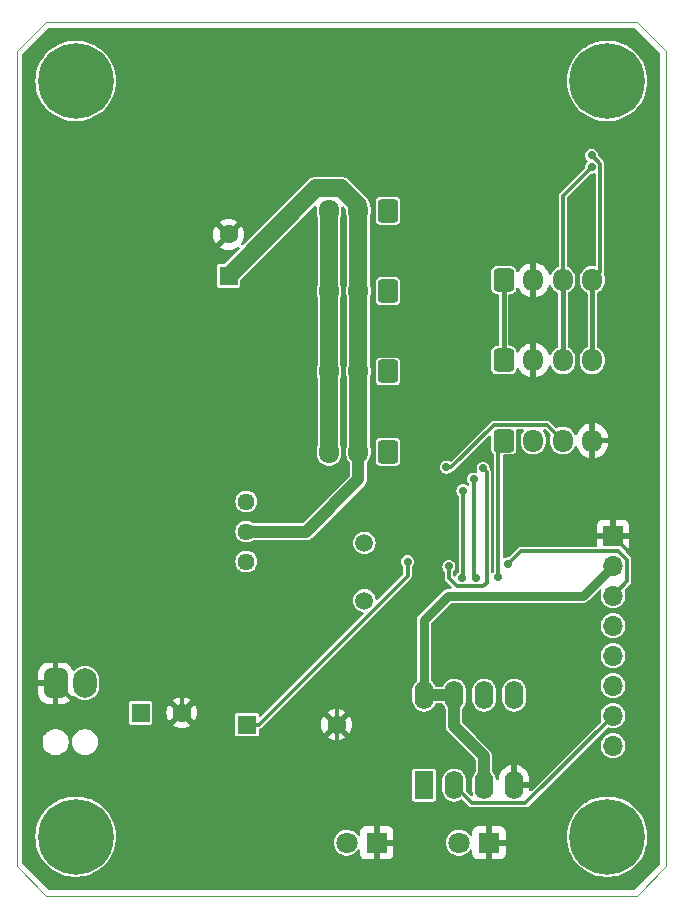
<source format=gbr>
%TF.GenerationSoftware,KiCad,Pcbnew,8.0.1-8.0.1-0~ubuntu20.04.1*%
%TF.CreationDate,2024-05-13T17:34:49+05:00*%
%TF.ProjectId,DeltaAnomalain,44656c74-6141-46e6-9f6d-616c61696e2e,rev?*%
%TF.SameCoordinates,Original*%
%TF.FileFunction,Copper,L2,Bot*%
%TF.FilePolarity,Positive*%
%FSLAX46Y46*%
G04 Gerber Fmt 4.6, Leading zero omitted, Abs format (unit mm)*
G04 Created by KiCad (PCBNEW 8.0.1-8.0.1-0~ubuntu20.04.1) date 2024-05-13 17:34:49*
%MOMM*%
%LPD*%
G01*
G04 APERTURE LIST*
G04 Aperture macros list*
%AMRoundRect*
0 Rectangle with rounded corners*
0 $1 Rounding radius*
0 $2 $3 $4 $5 $6 $7 $8 $9 X,Y pos of 4 corners*
0 Add a 4 corners polygon primitive as box body*
4,1,4,$2,$3,$4,$5,$6,$7,$8,$9,$2,$3,0*
0 Add four circle primitives for the rounded corners*
1,1,$1+$1,$2,$3*
1,1,$1+$1,$4,$5*
1,1,$1+$1,$6,$7*
1,1,$1+$1,$8,$9*
0 Add four rect primitives between the rounded corners*
20,1,$1+$1,$2,$3,$4,$5,0*
20,1,$1+$1,$4,$5,$6,$7,0*
20,1,$1+$1,$6,$7,$8,$9,0*
20,1,$1+$1,$8,$9,$2,$3,0*%
G04 Aperture macros list end*
%TA.AperFunction,ComponentPad*%
%ADD10R,1.600000X1.600000*%
%TD*%
%TA.AperFunction,ComponentPad*%
%ADD11C,1.600000*%
%TD*%
%TA.AperFunction,ComponentPad*%
%ADD12R,1.700000X1.700000*%
%TD*%
%TA.AperFunction,ComponentPad*%
%ADD13O,1.700000X1.700000*%
%TD*%
%TA.AperFunction,ComponentPad*%
%ADD14C,0.800000*%
%TD*%
%TA.AperFunction,ComponentPad*%
%ADD15C,6.400000*%
%TD*%
%TA.AperFunction,ComponentPad*%
%ADD16RoundRect,0.250000X-0.600000X-0.725000X0.600000X-0.725000X0.600000X0.725000X-0.600000X0.725000X0*%
%TD*%
%TA.AperFunction,ComponentPad*%
%ADD17O,1.700000X1.950000*%
%TD*%
%TA.AperFunction,ComponentPad*%
%ADD18R,1.800000X1.800000*%
%TD*%
%TA.AperFunction,ComponentPad*%
%ADD19C,1.800000*%
%TD*%
%TA.AperFunction,ComponentPad*%
%ADD20C,1.500000*%
%TD*%
%TA.AperFunction,ComponentPad*%
%ADD21RoundRect,0.500000X0.500000X-0.750000X0.500000X0.750000X-0.500000X0.750000X-0.500000X-0.750000X0*%
%TD*%
%TA.AperFunction,ComponentPad*%
%ADD22O,2.000000X2.500000*%
%TD*%
%TA.AperFunction,ComponentPad*%
%ADD23RoundRect,0.250000X0.600000X0.725000X-0.600000X0.725000X-0.600000X-0.725000X0.600000X-0.725000X0*%
%TD*%
%TA.AperFunction,ComponentPad*%
%ADD24R,1.600000X2.400000*%
%TD*%
%TA.AperFunction,ComponentPad*%
%ADD25O,1.600000X2.400000*%
%TD*%
%TA.AperFunction,ComponentPad*%
%ADD26C,1.440000*%
%TD*%
%TA.AperFunction,ViaPad*%
%ADD27C,0.700000*%
%TD*%
%TA.AperFunction,Conductor*%
%ADD28C,0.800000*%
%TD*%
%TA.AperFunction,Conductor*%
%ADD29C,0.400000*%
%TD*%
%TA.AperFunction,Conductor*%
%ADD30C,1.000000*%
%TD*%
%TA.AperFunction,Conductor*%
%ADD31C,0.300000*%
%TD*%
%TA.AperFunction,Conductor*%
%ADD32C,1.500000*%
%TD*%
%TA.AperFunction,Profile*%
%ADD33C,0.050000*%
%TD*%
G04 APERTURE END LIST*
D10*
%TO.P,C6,1*%
%TO.N,3V7*%
X198500000Y-117000000D03*
D11*
%TO.P,C6,2*%
%TO.N,GND*%
X202000000Y-117000000D03*
%TD*%
D12*
%TO.P,J9,1,Pin_1*%
%TO.N,GND*%
X238500000Y-102000000D03*
D13*
%TO.P,J9,2,Pin_2*%
%TO.N,3V3*%
X238500000Y-104540000D03*
%TO.P,J9,3,Pin_3*%
%TO.N,NRES*%
X238500000Y-107080000D03*
%TO.P,J9,4,Pin_4*%
%TO.N,SWD*%
X238500000Y-109620000D03*
%TO.P,J9,5,Pin_5*%
%TO.N,SWC*%
X238500000Y-112160000D03*
%TO.P,J9,6,Pin_6*%
%TO.N,SCK*%
X238500000Y-114700000D03*
%TO.P,J9,7,Pin_7*%
%TO.N,MISO*%
X238500000Y-117240000D03*
%TO.P,J9,8,Pin_8*%
%TO.N,MOSI*%
X238500000Y-119780000D03*
%TD*%
D14*
%TO.P,H1,1*%
%TO.N,N/C*%
X190600000Y-127500000D03*
X191302944Y-125802944D03*
X191302944Y-129197056D03*
X193000000Y-125100000D03*
D15*
X193000000Y-127500000D03*
D14*
X193000000Y-129900000D03*
X194697056Y-125802944D03*
X194697056Y-129197056D03*
X195400000Y-127500000D03*
%TD*%
D16*
%TO.P,J8,1,Pin_1*%
%TO.N,TXD6*%
X229250000Y-93950000D03*
D17*
%TO.P,J8,2,Pin_2*%
%TO.N,RXD*%
X231750000Y-93950000D03*
%TO.P,J8,3,Pin_3*%
%TO.N,SERVOB*%
X234250000Y-93950000D03*
%TO.P,J8,4,Pin_4*%
%TO.N,GND*%
X236750000Y-93950000D03*
%TD*%
D16*
%TO.P,J6,1,Pin_1*%
%TO.N,3V3*%
X229250000Y-80350000D03*
D17*
%TO.P,J6,2,Pin_2*%
%TO.N,GND*%
X231750000Y-80350000D03*
%TO.P,J6,3,Pin_3*%
%TO.N,SCL*%
X234250000Y-80350000D03*
%TO.P,J6,4,Pin_4*%
%TO.N,SDA*%
X236750000Y-80350000D03*
%TD*%
D18*
%TO.P,D3,1,K*%
%TO.N,GND*%
X228000000Y-128000000D03*
D19*
%TO.P,D3,2,A*%
%TO.N,Net-(D3-A)*%
X225460000Y-128000000D03*
%TD*%
D20*
%TO.P,Y1,1,1*%
%TO.N,XTAL0*%
X217450000Y-102620000D03*
%TO.P,Y1,2,2*%
%TO.N,XTAL1*%
X217450000Y-107500000D03*
%TD*%
D21*
%TO.P,J1,1,Pin_1*%
%TO.N,GND*%
X191297349Y-114500000D03*
D22*
%TO.P,J1,2,Pin_2*%
%TO.N,3V7*%
X193797349Y-114500000D03*
%TD*%
D23*
%TO.P,J2,1,Pin_1*%
%TO.N,SERVOA*%
X219450000Y-94900000D03*
D17*
%TO.P,J2,2,Pin_2*%
%TO.N,SERVO_6V*%
X216950000Y-94900000D03*
%TO.P,J2,3,Pin_3*%
%TO.N,SERVO_GND*%
X214450000Y-94900000D03*
%TD*%
D16*
%TO.P,J7,1,Pin_1*%
%TO.N,3V3*%
X229250000Y-87150000D03*
D17*
%TO.P,J7,2,Pin_2*%
%TO.N,GND*%
X231750000Y-87150000D03*
%TO.P,J7,3,Pin_3*%
%TO.N,SCL*%
X234250000Y-87150000D03*
%TO.P,J7,4,Pin_4*%
%TO.N,SDA*%
X236750000Y-87150000D03*
%TD*%
D14*
%TO.P,H2,1*%
%TO.N,N/C*%
X235600000Y-63500000D03*
X236302944Y-61802944D03*
X236302944Y-65197056D03*
X238000000Y-61100000D03*
D15*
X238000000Y-63500000D03*
D14*
X238000000Y-65900000D03*
X239697056Y-61802944D03*
X239697056Y-65197056D03*
X240400000Y-63500000D03*
%TD*%
D23*
%TO.P,J5,1,Pin_1*%
%TO.N,SERVOD*%
X219450000Y-74500000D03*
D17*
%TO.P,J5,2,Pin_2*%
%TO.N,SERVO_6V*%
X216950000Y-74500000D03*
%TO.P,J5,3,Pin_3*%
%TO.N,SERVO_GND*%
X214450000Y-74500000D03*
%TD*%
D14*
%TO.P,H4,1*%
%TO.N,N/C*%
X235600000Y-127500000D03*
X236302944Y-125802944D03*
X236302944Y-129197056D03*
X238000000Y-125100000D03*
D15*
X238000000Y-127500000D03*
D14*
X238000000Y-129900000D03*
X239697056Y-125802944D03*
X239697056Y-129197056D03*
X240400000Y-127500000D03*
%TD*%
D24*
%TO.P,U3,1,~{CS}*%
%TO.N,W25NE*%
X222500000Y-123120000D03*
D25*
%TO.P,U3,2,DO(IO1)*%
%TO.N,MISO*%
X225040000Y-123120000D03*
%TO.P,U3,3,IO2*%
%TO.N,3V3*%
X227580000Y-123120000D03*
%TO.P,U3,4,GND*%
%TO.N,GND*%
X230120000Y-123120000D03*
%TO.P,U3,5,DI(IO0)*%
%TO.N,MOSI*%
X230120000Y-115500000D03*
%TO.P,U3,6,CLK*%
%TO.N,SCK*%
X227580000Y-115500000D03*
%TO.P,U3,7,IO3*%
%TO.N,3V3*%
X225040000Y-115500000D03*
%TO.P,U3,8,VCC*%
X222500000Y-115500000D03*
%TD*%
D10*
%TO.P,BZ1,1,+*%
%TO.N,BUZ*%
X207500000Y-118000000D03*
D11*
%TO.P,BZ1,2,-*%
%TO.N,GND*%
X215100000Y-118000000D03*
%TD*%
D26*
%TO.P,RV1,1,1*%
%TO.N,Net-(R1-Pad1)*%
X207450000Y-99120000D03*
%TO.P,RV1,2,2*%
%TO.N,SERVO_6V*%
X207450000Y-101660000D03*
%TO.P,RV1,3,3*%
%TO.N,unconnected-(RV1-Pad3)*%
X207450000Y-104200000D03*
%TD*%
D23*
%TO.P,J3,1,Pin_1*%
%TO.N,SERVOB*%
X219450000Y-88100000D03*
D17*
%TO.P,J3,2,Pin_2*%
%TO.N,SERVO_6V*%
X216950000Y-88100000D03*
%TO.P,J3,3,Pin_3*%
%TO.N,SERVO_GND*%
X214450000Y-88100000D03*
%TD*%
D14*
%TO.P,H3,1*%
%TO.N,N/C*%
X190600000Y-63500000D03*
X191302944Y-61802944D03*
X191302944Y-65197056D03*
X193000000Y-61100000D03*
D15*
X193000000Y-63500000D03*
D14*
X193000000Y-65900000D03*
X194697056Y-61802944D03*
X194697056Y-65197056D03*
X195400000Y-63500000D03*
%TD*%
D18*
%TO.P,D2,1,K*%
%TO.N,GND*%
X218500000Y-128000000D03*
D19*
%TO.P,D2,2,A*%
%TO.N,Net-(D2-A)*%
X215960000Y-128000000D03*
%TD*%
D23*
%TO.P,J4,1,Pin_1*%
%TO.N,SERVOC*%
X219450000Y-81300000D03*
D17*
%TO.P,J4,2,Pin_2*%
%TO.N,SERVO_6V*%
X216950000Y-81300000D03*
%TO.P,J4,3,Pin_3*%
%TO.N,SERVO_GND*%
X214450000Y-81300000D03*
%TD*%
D10*
%TO.P,C7,1*%
%TO.N,SERVO_6V*%
X205950000Y-80000000D03*
D11*
%TO.P,C7,2*%
%TO.N,GND*%
X205950000Y-76500000D03*
%TD*%
D27*
%TO.N,3V3*%
X224700000Y-107100000D03*
%TO.N,GND*%
X202500000Y-94500000D03*
X192500000Y-70800000D03*
X201500000Y-94500000D03*
X224700000Y-108300000D03*
X233400000Y-74400000D03*
X227900000Y-71100000D03*
X203500000Y-94500000D03*
X229000000Y-71100000D03*
X204500000Y-94500000D03*
X192500000Y-71900000D03*
X219600000Y-69500000D03*
X221100000Y-107000000D03*
X192500000Y-73000000D03*
%TO.N,SCL*%
X236700000Y-70800000D03*
%TO.N,SDA*%
X236700000Y-69800000D03*
%TO.N,BUZ*%
X221100000Y-104200000D03*
%TO.N,SERVOB*%
X224400000Y-96200000D03*
%TO.N,SERVOC*%
X225700000Y-105600000D03*
X225800000Y-98200000D03*
%TO.N,SERVOD*%
X226700000Y-97200000D03*
X226900000Y-105600000D03*
%TO.N,TXD6*%
X228800000Y-105500000D03*
%TO.N,NRES*%
X229600000Y-104400000D03*
%TO.N,SERVOEN*%
X227500000Y-96300000D03*
X224600000Y-104600000D03*
%TD*%
D28*
%TO.N,3V3*%
X224556497Y-107100000D02*
X224700000Y-107100000D01*
X235940000Y-107100000D02*
X238500000Y-104540000D01*
D29*
X229250000Y-80350000D02*
X229250000Y-87150000D01*
D28*
X222500000Y-115500000D02*
X222500000Y-109156497D01*
X222500000Y-109156497D02*
X224556497Y-107100000D01*
D30*
X225040000Y-118140000D02*
X225040000Y-115500000D01*
X227580000Y-123120000D02*
X227580000Y-120680000D01*
D28*
X224700000Y-107100000D02*
X235940000Y-107100000D01*
D30*
X227580000Y-120680000D02*
X225040000Y-118140000D01*
X222500000Y-115500000D02*
X225040000Y-115500000D01*
D31*
%TO.N,GND*%
X197700000Y-115500000D02*
X200500000Y-115500000D01*
X219600000Y-69500000D02*
X226300000Y-69500000D01*
X215100000Y-118000000D02*
X215100000Y-123100000D01*
X200500000Y-115500000D02*
X202000000Y-117000000D01*
X218900000Y-126200000D02*
X227700000Y-126200000D01*
X218500000Y-128000000D02*
X218500000Y-126600000D01*
X203500000Y-94500000D02*
X201500000Y-94500000D01*
X240400000Y-103900000D02*
X238500000Y-102000000D01*
X197100000Y-116100000D02*
X197700000Y-115500000D01*
X193200000Y-73700000D02*
X192500000Y-73000000D01*
X203500000Y-78925000D02*
X205925000Y-76500000D01*
X221100000Y-107000000D02*
X215100000Y-113000000D01*
X226300000Y-69500000D02*
X227900000Y-71100000D01*
X240400000Y-107400000D02*
X240400000Y-103900000D01*
X227700000Y-126200000D02*
X228000000Y-126500000D01*
X233400000Y-74400000D02*
X231750000Y-76050000D01*
X202000000Y-117000000D02*
X202000000Y-96000000D01*
X228000000Y-126500000D02*
X228000000Y-128000000D01*
X236750000Y-95950000D02*
X238500000Y-97700000D01*
X229000000Y-71100000D02*
X232300000Y-74400000D01*
X236750000Y-92150000D02*
X235200000Y-90600000D01*
X205950000Y-76500000D02*
X203150000Y-73700000D01*
X191297349Y-114500000D02*
X192897349Y-116100000D01*
X215100000Y-123100000D02*
X218500000Y-126500000D01*
X203500000Y-94500000D02*
X203500000Y-78925000D01*
X203150000Y-73700000D02*
X193200000Y-73700000D01*
X204500000Y-94500000D02*
X203500000Y-94500000D01*
X238500000Y-97700000D02*
X238500000Y-102000000D01*
X235200000Y-90600000D02*
X233200000Y-90600000D01*
X231750000Y-89150000D02*
X231750000Y-87150000D01*
X205925000Y-76500000D02*
X205950000Y-76500000D01*
X218500000Y-126500000D02*
X218500000Y-128000000D01*
X231750000Y-76050000D02*
X231750000Y-80350000D01*
D29*
X231750000Y-87150000D02*
X231750000Y-80350000D01*
D31*
X192897349Y-116100000D02*
X197100000Y-116100000D01*
X233200000Y-90600000D02*
X231750000Y-89150000D01*
X224700000Y-108300000D02*
X224720000Y-108280000D01*
X236750000Y-93950000D02*
X236750000Y-92150000D01*
X236750000Y-93950000D02*
X236750000Y-95950000D01*
X218500000Y-126600000D02*
X218900000Y-126200000D01*
X239520000Y-108280000D02*
X240400000Y-107400000D01*
X215100000Y-113000000D02*
X215100000Y-118000000D01*
X202000000Y-96000000D02*
X203500000Y-94500000D01*
X232300000Y-74400000D02*
X233400000Y-74400000D01*
X224720000Y-108280000D02*
X239520000Y-108280000D01*
D29*
X192500000Y-70800000D02*
X192500000Y-73000000D01*
D31*
%TO.N,SCL*%
X236700000Y-70800000D02*
X234250000Y-73250000D01*
D29*
X234250000Y-80350000D02*
X234250000Y-87150000D01*
D31*
X234250000Y-73250000D02*
X234250000Y-80350000D01*
%TO.N,SDA*%
X236700000Y-69800000D02*
X237400000Y-70500000D01*
X237400000Y-70500000D02*
X237400000Y-79700000D01*
X237400000Y-79700000D02*
X236750000Y-80350000D01*
D29*
X236750000Y-87150000D02*
X236750000Y-80350000D01*
D31*
%TO.N,BUZ*%
X208505635Y-118000000D02*
X207500000Y-118000000D01*
X221100000Y-105405635D02*
X208505635Y-118000000D01*
X221100000Y-104200000D02*
X221100000Y-105405635D01*
D32*
%TO.N,SERVO_6V*%
X216950000Y-74050000D02*
X216950000Y-74500000D01*
X205950000Y-80000000D02*
X213375000Y-72575000D01*
D30*
X207450000Y-101660000D02*
X212540000Y-101660000D01*
X216950000Y-97250000D02*
X216950000Y-94900000D01*
D32*
X215475000Y-72575000D02*
X216950000Y-74050000D01*
X213375000Y-72575000D02*
X215475000Y-72575000D01*
X216950000Y-74500000D02*
X216950000Y-94900000D01*
D30*
X212540000Y-101660000D02*
X216950000Y-97250000D01*
D32*
%TO.N,SERVO_GND*%
X214450000Y-94900000D02*
X214450000Y-74500000D01*
D31*
%TO.N,SERVOB*%
X224819544Y-96200000D02*
X228394544Y-92625000D01*
X224400000Y-96200000D02*
X224819544Y-96200000D01*
X232925000Y-92625000D02*
X234250000Y-93950000D01*
X228394544Y-92625000D02*
X232925000Y-92625000D01*
%TO.N,SERVOC*%
X225800000Y-105500000D02*
X225700000Y-105600000D01*
X225800000Y-98200000D02*
X225800000Y-105500000D01*
%TO.N,SERVOD*%
X226700000Y-97200000D02*
X226700000Y-105400000D01*
X226700000Y-105400000D02*
X226900000Y-105600000D01*
%TO.N,TXD6*%
X228800000Y-94400000D02*
X229250000Y-93950000D01*
X228800000Y-105500000D02*
X228800000Y-94400000D01*
%TO.N,NRES*%
X239700000Y-105880000D02*
X238500000Y-107080000D01*
X229600000Y-104400000D02*
X230700000Y-103300000D01*
X230700000Y-103300000D02*
X238957057Y-103300000D01*
X239700000Y-104042943D02*
X239700000Y-105880000D01*
X238957057Y-103300000D02*
X239700000Y-104042943D01*
%TO.N,MISO*%
X226590000Y-124670000D02*
X231070000Y-124670000D01*
X225040000Y-123120000D02*
X226590000Y-124670000D01*
X231070000Y-124670000D02*
X238500000Y-117240000D01*
%TO.N,SERVOEN*%
X227800000Y-106000000D02*
X227500000Y-106300000D01*
X227500000Y-106300000D02*
X225300000Y-106300000D01*
X224600000Y-105600000D02*
X224600000Y-104600000D01*
X225300000Y-106300000D02*
X224600000Y-105600000D01*
X227500000Y-96300000D02*
X227800000Y-96600000D01*
X227800000Y-96600000D02*
X227800000Y-106000000D01*
%TD*%
%TA.AperFunction,Conductor*%
%TO.N,GND*%
G36*
X232000000Y-81802230D02*
G01*
X232066126Y-81791757D01*
X232066129Y-81791757D01*
X232268217Y-81726095D01*
X232457557Y-81629620D01*
X232629459Y-81504727D01*
X232629464Y-81504723D01*
X232779723Y-81354464D01*
X232779727Y-81354459D01*
X232904620Y-81182557D01*
X233001095Y-80993217D01*
X233040759Y-80871144D01*
X233080196Y-80813469D01*
X233144555Y-80786270D01*
X233213401Y-80798184D01*
X233264877Y-80845428D01*
X233273251Y-80862009D01*
X233319057Y-80972596D01*
X233434024Y-81144657D01*
X233580342Y-81290975D01*
X233580345Y-81290977D01*
X233752402Y-81405941D01*
X233772952Y-81414453D01*
X233827356Y-81458293D01*
X233849421Y-81524587D01*
X233849500Y-81529014D01*
X233849500Y-85970985D01*
X233829815Y-86038024D01*
X233777011Y-86083779D01*
X233772954Y-86085546D01*
X233752402Y-86094059D01*
X233752395Y-86094062D01*
X233580344Y-86209022D01*
X233434024Y-86355342D01*
X233319057Y-86527404D01*
X233273251Y-86637990D01*
X233229409Y-86692394D01*
X233163115Y-86714458D01*
X233095416Y-86697178D01*
X233047806Y-86646041D01*
X233040759Y-86628855D01*
X233001095Y-86506782D01*
X232904620Y-86317442D01*
X232779727Y-86145540D01*
X232779723Y-86145535D01*
X232629464Y-85995276D01*
X232629459Y-85995272D01*
X232457557Y-85870379D01*
X232268215Y-85773903D01*
X232066124Y-85708241D01*
X232000000Y-85697768D01*
X232000000Y-86745854D01*
X231933343Y-86707370D01*
X231812535Y-86675000D01*
X231687465Y-86675000D01*
X231566657Y-86707370D01*
X231500000Y-86745854D01*
X231500000Y-85697768D01*
X231499999Y-85697768D01*
X231433875Y-85708241D01*
X231231784Y-85773903D01*
X231042442Y-85870379D01*
X230870540Y-85995272D01*
X230870535Y-85995276D01*
X230720276Y-86145535D01*
X230720272Y-86145540D01*
X230595379Y-86317442D01*
X230534985Y-86435971D01*
X230487010Y-86486767D01*
X230419189Y-86503562D01*
X230353054Y-86481024D01*
X230309603Y-86426309D01*
X230300500Y-86379676D01*
X230300500Y-86370730D01*
X230297646Y-86340300D01*
X230297646Y-86340298D01*
X230252793Y-86212119D01*
X230252792Y-86212117D01*
X230203656Y-86145540D01*
X230172150Y-86102850D01*
X230062882Y-86022207D01*
X230062880Y-86022206D01*
X229934700Y-85977353D01*
X229904270Y-85974500D01*
X229904266Y-85974500D01*
X229774500Y-85974500D01*
X229707461Y-85954815D01*
X229661706Y-85902011D01*
X229650500Y-85850500D01*
X229650500Y-81649500D01*
X229670185Y-81582461D01*
X229722989Y-81536706D01*
X229774500Y-81525500D01*
X229904270Y-81525500D01*
X229934699Y-81522646D01*
X229934701Y-81522646D01*
X229998790Y-81500219D01*
X230062882Y-81477793D01*
X230172150Y-81397150D01*
X230252793Y-81287882D01*
X230289648Y-81182557D01*
X230297646Y-81159701D01*
X230297646Y-81159699D01*
X230300500Y-81129269D01*
X230300500Y-81120323D01*
X230320185Y-81053284D01*
X230372989Y-81007529D01*
X230442147Y-80997585D01*
X230505703Y-81026610D01*
X230534985Y-81064028D01*
X230595379Y-81182557D01*
X230720272Y-81354459D01*
X230720276Y-81354464D01*
X230870535Y-81504723D01*
X230870540Y-81504727D01*
X231042442Y-81629620D01*
X231231782Y-81726095D01*
X231433871Y-81791757D01*
X231500000Y-81802231D01*
X231500000Y-80754145D01*
X231566657Y-80792630D01*
X231687465Y-80825000D01*
X231812535Y-80825000D01*
X231933343Y-80792630D01*
X232000000Y-80754145D01*
X232000000Y-81802230D01*
G37*
%TD.AperFunction*%
%TA.AperFunction,Conductor*%
G36*
X240308363Y-59020185D02*
G01*
X240329005Y-59036819D01*
X242463181Y-61170995D01*
X242496666Y-61232318D01*
X242499500Y-61258676D01*
X242499500Y-129741324D01*
X242479815Y-129808363D01*
X242463181Y-129829005D01*
X240329005Y-131963181D01*
X240267682Y-131996666D01*
X240241324Y-131999500D01*
X190758676Y-131999500D01*
X190691637Y-131979815D01*
X190670995Y-131963181D01*
X188536819Y-129829005D01*
X188503334Y-129767682D01*
X188500500Y-129741324D01*
X188500500Y-127500000D01*
X189594506Y-127500000D01*
X189608060Y-127750000D01*
X189614469Y-127868196D01*
X189614470Y-127868213D01*
X189674122Y-128232068D01*
X189674128Y-128232094D01*
X189772768Y-128587365D01*
X189772770Y-128587371D01*
X189772772Y-128587377D01*
X189772773Y-128587379D01*
X189812271Y-128686511D01*
X189909255Y-128929926D01*
X189909261Y-128929938D01*
X190081973Y-129255708D01*
X190081976Y-129255713D01*
X190081978Y-129255716D01*
X190141398Y-129343354D01*
X190288909Y-129560916D01*
X190485777Y-129792686D01*
X190527627Y-129841956D01*
X190795330Y-130095538D01*
X191088881Y-130318690D01*
X191404838Y-130508795D01*
X191404840Y-130508796D01*
X191404842Y-130508797D01*
X191404846Y-130508799D01*
X191739486Y-130663620D01*
X191739497Y-130663625D01*
X192088934Y-130781364D01*
X192449052Y-130860632D01*
X192815630Y-130900500D01*
X192815636Y-130900500D01*
X193184364Y-130900500D01*
X193184370Y-130900500D01*
X193550948Y-130860632D01*
X193911066Y-130781364D01*
X194260503Y-130663625D01*
X194595162Y-130508795D01*
X194911119Y-130318690D01*
X195204670Y-130095538D01*
X195472373Y-129841956D01*
X195711090Y-129560917D01*
X195918022Y-129255716D01*
X196090743Y-128929930D01*
X196227227Y-128587379D01*
X196325875Y-128232081D01*
X196344237Y-128120077D01*
X196363923Y-128000000D01*
X214854785Y-128000000D01*
X214873602Y-128203082D01*
X214929417Y-128399247D01*
X214929422Y-128399260D01*
X215020327Y-128581821D01*
X215143237Y-128744581D01*
X215293958Y-128881980D01*
X215293960Y-128881982D01*
X215371393Y-128929926D01*
X215467363Y-128989348D01*
X215657544Y-129063024D01*
X215858024Y-129100500D01*
X215858026Y-129100500D01*
X216061974Y-129100500D01*
X216061976Y-129100500D01*
X216262456Y-129063024D01*
X216452637Y-128989348D01*
X216626041Y-128881981D01*
X216776764Y-128744579D01*
X216877046Y-128611783D01*
X216933155Y-128570148D01*
X217002867Y-128565457D01*
X217064049Y-128599199D01*
X217097276Y-128660662D01*
X217100000Y-128686511D01*
X217100000Y-128947844D01*
X217106401Y-129007372D01*
X217106403Y-129007379D01*
X217156645Y-129142086D01*
X217156649Y-129142093D01*
X217242809Y-129257187D01*
X217242812Y-129257190D01*
X217357906Y-129343350D01*
X217357913Y-129343354D01*
X217492620Y-129393596D01*
X217492627Y-129393598D01*
X217552155Y-129399999D01*
X217552172Y-129400000D01*
X218250000Y-129400000D01*
X218250000Y-128375277D01*
X218326306Y-128419333D01*
X218440756Y-128450000D01*
X218559244Y-128450000D01*
X218673694Y-128419333D01*
X218750000Y-128375277D01*
X218750000Y-129400000D01*
X219447828Y-129400000D01*
X219447844Y-129399999D01*
X219507372Y-129393598D01*
X219507379Y-129393596D01*
X219642086Y-129343354D01*
X219642093Y-129343350D01*
X219757187Y-129257190D01*
X219757190Y-129257187D01*
X219843350Y-129142093D01*
X219843354Y-129142086D01*
X219893596Y-129007379D01*
X219893598Y-129007372D01*
X219899999Y-128947844D01*
X219900000Y-128947827D01*
X219900000Y-128250000D01*
X218875278Y-128250000D01*
X218919333Y-128173694D01*
X218950000Y-128059244D01*
X218950000Y-128000000D01*
X224354785Y-128000000D01*
X224373602Y-128203082D01*
X224429417Y-128399247D01*
X224429422Y-128399260D01*
X224520327Y-128581821D01*
X224643237Y-128744581D01*
X224793958Y-128881980D01*
X224793960Y-128881982D01*
X224871393Y-128929926D01*
X224967363Y-128989348D01*
X225157544Y-129063024D01*
X225358024Y-129100500D01*
X225358026Y-129100500D01*
X225561974Y-129100500D01*
X225561976Y-129100500D01*
X225762456Y-129063024D01*
X225952637Y-128989348D01*
X226126041Y-128881981D01*
X226276764Y-128744579D01*
X226377046Y-128611783D01*
X226433155Y-128570148D01*
X226502867Y-128565457D01*
X226564049Y-128599199D01*
X226597276Y-128660662D01*
X226600000Y-128686511D01*
X226600000Y-128947844D01*
X226606401Y-129007372D01*
X226606403Y-129007379D01*
X226656645Y-129142086D01*
X226656649Y-129142093D01*
X226742809Y-129257187D01*
X226742812Y-129257190D01*
X226857906Y-129343350D01*
X226857913Y-129343354D01*
X226992620Y-129393596D01*
X226992627Y-129393598D01*
X227052155Y-129399999D01*
X227052172Y-129400000D01*
X227750000Y-129400000D01*
X227750000Y-128375277D01*
X227826306Y-128419333D01*
X227940756Y-128450000D01*
X228059244Y-128450000D01*
X228173694Y-128419333D01*
X228250000Y-128375277D01*
X228250000Y-129400000D01*
X228947828Y-129400000D01*
X228947844Y-129399999D01*
X229007372Y-129393598D01*
X229007379Y-129393596D01*
X229142086Y-129343354D01*
X229142093Y-129343350D01*
X229257187Y-129257190D01*
X229257190Y-129257187D01*
X229343350Y-129142093D01*
X229343354Y-129142086D01*
X229393596Y-129007379D01*
X229393598Y-129007372D01*
X229399999Y-128947844D01*
X229400000Y-128947827D01*
X229400000Y-128250000D01*
X228375278Y-128250000D01*
X228419333Y-128173694D01*
X228450000Y-128059244D01*
X228450000Y-127940756D01*
X228419333Y-127826306D01*
X228375278Y-127750000D01*
X229400000Y-127750000D01*
X229400000Y-127500000D01*
X234594506Y-127500000D01*
X234608060Y-127750000D01*
X234614469Y-127868196D01*
X234614470Y-127868213D01*
X234674122Y-128232068D01*
X234674128Y-128232094D01*
X234772768Y-128587365D01*
X234772770Y-128587371D01*
X234772772Y-128587377D01*
X234772773Y-128587379D01*
X234812271Y-128686511D01*
X234909255Y-128929926D01*
X234909261Y-128929938D01*
X235081973Y-129255708D01*
X235081976Y-129255713D01*
X235081978Y-129255716D01*
X235141398Y-129343354D01*
X235288909Y-129560916D01*
X235485777Y-129792686D01*
X235527627Y-129841956D01*
X235795330Y-130095538D01*
X236088881Y-130318690D01*
X236404838Y-130508795D01*
X236404840Y-130508796D01*
X236404842Y-130508797D01*
X236404846Y-130508799D01*
X236739486Y-130663620D01*
X236739497Y-130663625D01*
X237088934Y-130781364D01*
X237449052Y-130860632D01*
X237815630Y-130900500D01*
X237815636Y-130900500D01*
X238184364Y-130900500D01*
X238184370Y-130900500D01*
X238550948Y-130860632D01*
X238911066Y-130781364D01*
X239260503Y-130663625D01*
X239595162Y-130508795D01*
X239911119Y-130318690D01*
X240204670Y-130095538D01*
X240472373Y-129841956D01*
X240711090Y-129560917D01*
X240918022Y-129255716D01*
X241090743Y-128929930D01*
X241227227Y-128587379D01*
X241325875Y-128232081D01*
X241344237Y-128120077D01*
X241385529Y-127868213D01*
X241385529Y-127868210D01*
X241385531Y-127868199D01*
X241405494Y-127500000D01*
X241385531Y-127131801D01*
X241383271Y-127118017D01*
X241325877Y-126767931D01*
X241325876Y-126767930D01*
X241325875Y-126767919D01*
X241227227Y-126412621D01*
X241090743Y-126070070D01*
X240918022Y-125744284D01*
X240711090Y-125439083D01*
X240472373Y-125158044D01*
X240204670Y-124904462D01*
X239911119Y-124681310D01*
X239595162Y-124491205D01*
X239595161Y-124491204D01*
X239595157Y-124491202D01*
X239595153Y-124491200D01*
X239260513Y-124336379D01*
X239260508Y-124336377D01*
X239260503Y-124336375D01*
X239071270Y-124272615D01*
X238911065Y-124218635D01*
X238550946Y-124139367D01*
X238184371Y-124099500D01*
X238184370Y-124099500D01*
X237815630Y-124099500D01*
X237815628Y-124099500D01*
X237449053Y-124139367D01*
X237088934Y-124218635D01*
X236855954Y-124297136D01*
X236739497Y-124336375D01*
X236739494Y-124336376D01*
X236739486Y-124336379D01*
X236404846Y-124491200D01*
X236404842Y-124491202D01*
X236356149Y-124520500D01*
X236088881Y-124681310D01*
X235988410Y-124757685D01*
X235795330Y-124904461D01*
X235795330Y-124904462D01*
X235527626Y-125158044D01*
X235288909Y-125439083D01*
X235081979Y-125744282D01*
X235081973Y-125744291D01*
X234909261Y-126070061D01*
X234909255Y-126070073D01*
X234772770Y-126412628D01*
X234772768Y-126412634D01*
X234674128Y-126767905D01*
X234674122Y-126767931D01*
X234614470Y-127131786D01*
X234614469Y-127131799D01*
X234614469Y-127131801D01*
X234594506Y-127500000D01*
X229400000Y-127500000D01*
X229400000Y-127052172D01*
X229399999Y-127052155D01*
X229393598Y-126992627D01*
X229393596Y-126992620D01*
X229343354Y-126857913D01*
X229343350Y-126857906D01*
X229257190Y-126742812D01*
X229257187Y-126742809D01*
X229142093Y-126656649D01*
X229142086Y-126656645D01*
X229007379Y-126606403D01*
X229007372Y-126606401D01*
X228947844Y-126600000D01*
X228250000Y-126600000D01*
X228250000Y-127624722D01*
X228173694Y-127580667D01*
X228059244Y-127550000D01*
X227940756Y-127550000D01*
X227826306Y-127580667D01*
X227750000Y-127624722D01*
X227750000Y-126600000D01*
X227052155Y-126600000D01*
X226992627Y-126606401D01*
X226992620Y-126606403D01*
X226857913Y-126656645D01*
X226857906Y-126656649D01*
X226742812Y-126742809D01*
X226742809Y-126742812D01*
X226656649Y-126857906D01*
X226656645Y-126857913D01*
X226606403Y-126992620D01*
X226606401Y-126992627D01*
X226600000Y-127052155D01*
X226600000Y-127313488D01*
X226580315Y-127380527D01*
X226527511Y-127426282D01*
X226458353Y-127436226D01*
X226394797Y-127407201D01*
X226377046Y-127388215D01*
X226276762Y-127255419D01*
X226126041Y-127118019D01*
X226126039Y-127118017D01*
X225952642Y-127010655D01*
X225952635Y-127010651D01*
X225857546Y-126973814D01*
X225762456Y-126936976D01*
X225561976Y-126899500D01*
X225358024Y-126899500D01*
X225157544Y-126936976D01*
X225157541Y-126936976D01*
X225157541Y-126936977D01*
X224967364Y-127010651D01*
X224967357Y-127010655D01*
X224793960Y-127118017D01*
X224793958Y-127118019D01*
X224643237Y-127255418D01*
X224520327Y-127418178D01*
X224429422Y-127600739D01*
X224429417Y-127600752D01*
X224373602Y-127796917D01*
X224354785Y-127999999D01*
X224354785Y-128000000D01*
X218950000Y-128000000D01*
X218950000Y-127940756D01*
X218919333Y-127826306D01*
X218875278Y-127750000D01*
X219900000Y-127750000D01*
X219900000Y-127052172D01*
X219899999Y-127052155D01*
X219893598Y-126992627D01*
X219893596Y-126992620D01*
X219843354Y-126857913D01*
X219843350Y-126857906D01*
X219757190Y-126742812D01*
X219757187Y-126742809D01*
X219642093Y-126656649D01*
X219642086Y-126656645D01*
X219507379Y-126606403D01*
X219507372Y-126606401D01*
X219447844Y-126600000D01*
X218750000Y-126600000D01*
X218750000Y-127624722D01*
X218673694Y-127580667D01*
X218559244Y-127550000D01*
X218440756Y-127550000D01*
X218326306Y-127580667D01*
X218250000Y-127624722D01*
X218250000Y-126600000D01*
X217552155Y-126600000D01*
X217492627Y-126606401D01*
X217492620Y-126606403D01*
X217357913Y-126656645D01*
X217357906Y-126656649D01*
X217242812Y-126742809D01*
X217242809Y-126742812D01*
X217156649Y-126857906D01*
X217156645Y-126857913D01*
X217106403Y-126992620D01*
X217106401Y-126992627D01*
X217100000Y-127052155D01*
X217100000Y-127313488D01*
X217080315Y-127380527D01*
X217027511Y-127426282D01*
X216958353Y-127436226D01*
X216894797Y-127407201D01*
X216877046Y-127388215D01*
X216776762Y-127255419D01*
X216626041Y-127118019D01*
X216626039Y-127118017D01*
X216452642Y-127010655D01*
X216452635Y-127010651D01*
X216357546Y-126973814D01*
X216262456Y-126936976D01*
X216061976Y-126899500D01*
X215858024Y-126899500D01*
X215657544Y-126936976D01*
X215657541Y-126936976D01*
X215657541Y-126936977D01*
X215467364Y-127010651D01*
X215467357Y-127010655D01*
X215293960Y-127118017D01*
X215293958Y-127118019D01*
X215143237Y-127255418D01*
X215020327Y-127418178D01*
X214929422Y-127600739D01*
X214929417Y-127600752D01*
X214873602Y-127796917D01*
X214854785Y-127999999D01*
X214854785Y-128000000D01*
X196363923Y-128000000D01*
X196385529Y-127868213D01*
X196385529Y-127868210D01*
X196385531Y-127868199D01*
X196405494Y-127500000D01*
X196385531Y-127131801D01*
X196383271Y-127118017D01*
X196325877Y-126767931D01*
X196325876Y-126767930D01*
X196325875Y-126767919D01*
X196227227Y-126412621D01*
X196090743Y-126070070D01*
X195918022Y-125744284D01*
X195711090Y-125439083D01*
X195472373Y-125158044D01*
X195204670Y-124904462D01*
X194911119Y-124681310D01*
X194595162Y-124491205D01*
X194595161Y-124491204D01*
X194595157Y-124491202D01*
X194595153Y-124491200D01*
X194267804Y-124339752D01*
X221499500Y-124339752D01*
X221511131Y-124398229D01*
X221511132Y-124398230D01*
X221555447Y-124464552D01*
X221621769Y-124508867D01*
X221621770Y-124508868D01*
X221680247Y-124520499D01*
X221680250Y-124520500D01*
X221680252Y-124520500D01*
X223319750Y-124520500D01*
X223319751Y-124520499D01*
X223334568Y-124517552D01*
X223378229Y-124508868D01*
X223378229Y-124508867D01*
X223378231Y-124508867D01*
X223444552Y-124464552D01*
X223488867Y-124398231D01*
X223488867Y-124398229D01*
X223488868Y-124398229D01*
X223500499Y-124339752D01*
X223500500Y-124339750D01*
X223500500Y-121900249D01*
X223500499Y-121900247D01*
X223488868Y-121841770D01*
X223488867Y-121841769D01*
X223444552Y-121775447D01*
X223378230Y-121731132D01*
X223378229Y-121731131D01*
X223319752Y-121719500D01*
X223319748Y-121719500D01*
X221680252Y-121719500D01*
X221680247Y-121719500D01*
X221621770Y-121731131D01*
X221621769Y-121731132D01*
X221555447Y-121775447D01*
X221511132Y-121841769D01*
X221511131Y-121841770D01*
X221499500Y-121900247D01*
X221499500Y-124339752D01*
X194267804Y-124339752D01*
X194260513Y-124336379D01*
X194260508Y-124336377D01*
X194260503Y-124336375D01*
X194071270Y-124272615D01*
X193911065Y-124218635D01*
X193550946Y-124139367D01*
X193184371Y-124099500D01*
X193184370Y-124099500D01*
X192815630Y-124099500D01*
X192815628Y-124099500D01*
X192449053Y-124139367D01*
X192088934Y-124218635D01*
X191855954Y-124297136D01*
X191739497Y-124336375D01*
X191739494Y-124336376D01*
X191739486Y-124336379D01*
X191404846Y-124491200D01*
X191404842Y-124491202D01*
X191356149Y-124520500D01*
X191088881Y-124681310D01*
X190988410Y-124757685D01*
X190795330Y-124904461D01*
X190795330Y-124904462D01*
X190527626Y-125158044D01*
X190288909Y-125439083D01*
X190081979Y-125744282D01*
X190081973Y-125744291D01*
X189909261Y-126070061D01*
X189909255Y-126070073D01*
X189772770Y-126412628D01*
X189772768Y-126412634D01*
X189674128Y-126767905D01*
X189674122Y-126767931D01*
X189614470Y-127131786D01*
X189614469Y-127131799D01*
X189614469Y-127131801D01*
X189594506Y-127500000D01*
X188500500Y-127500000D01*
X188500500Y-119586611D01*
X190196849Y-119586611D01*
X190223947Y-119757701D01*
X190277476Y-119922445D01*
X190356117Y-120076788D01*
X190457935Y-120216928D01*
X190580421Y-120339414D01*
X190720561Y-120441232D01*
X190874904Y-120519873D01*
X191039648Y-120573402D01*
X191210738Y-120600500D01*
X191210739Y-120600500D01*
X191383959Y-120600500D01*
X191383960Y-120600500D01*
X191555050Y-120573402D01*
X191719794Y-120519873D01*
X191874137Y-120441232D01*
X192014277Y-120339414D01*
X192136763Y-120216928D01*
X192238581Y-120076788D01*
X192317222Y-119922445D01*
X192370751Y-119757701D01*
X192397849Y-119586611D01*
X192696849Y-119586611D01*
X192723947Y-119757701D01*
X192777476Y-119922445D01*
X192856117Y-120076788D01*
X192957935Y-120216928D01*
X193080421Y-120339414D01*
X193220561Y-120441232D01*
X193374904Y-120519873D01*
X193539648Y-120573402D01*
X193710738Y-120600500D01*
X193710739Y-120600500D01*
X193883959Y-120600500D01*
X193883960Y-120600500D01*
X194055050Y-120573402D01*
X194219794Y-120519873D01*
X194374137Y-120441232D01*
X194514277Y-120339414D01*
X194636763Y-120216928D01*
X194738581Y-120076788D01*
X194817222Y-119922445D01*
X194870751Y-119757701D01*
X194897849Y-119586611D01*
X194897849Y-119413389D01*
X194870751Y-119242299D01*
X194817222Y-119077555D01*
X194738581Y-118923212D01*
X194663413Y-118819752D01*
X206499500Y-118819752D01*
X206511131Y-118878229D01*
X206511132Y-118878230D01*
X206555447Y-118944552D01*
X206621769Y-118988867D01*
X206621770Y-118988868D01*
X206680247Y-119000499D01*
X206680250Y-119000500D01*
X206680252Y-119000500D01*
X208319750Y-119000500D01*
X208319751Y-119000499D01*
X208334568Y-118997552D01*
X208378229Y-118988868D01*
X208378229Y-118988867D01*
X208378231Y-118988867D01*
X208444552Y-118944552D01*
X208488867Y-118878231D01*
X208488867Y-118878229D01*
X208488868Y-118878229D01*
X208500499Y-118819752D01*
X208500500Y-118819750D01*
X208500500Y-118459388D01*
X208520185Y-118392349D01*
X208572989Y-118346594D01*
X208592398Y-118339616D01*
X208640923Y-118326614D01*
X208720847Y-118280470D01*
X209001315Y-118000002D01*
X213795034Y-118000002D01*
X213814858Y-118226599D01*
X213814860Y-118226610D01*
X213873730Y-118446317D01*
X213873735Y-118446331D01*
X213969863Y-118652478D01*
X214020974Y-118725472D01*
X214617037Y-118129409D01*
X214634075Y-118192993D01*
X214699901Y-118307007D01*
X214792993Y-118400099D01*
X214907007Y-118465925D01*
X214970590Y-118482962D01*
X214374526Y-119079025D01*
X214447513Y-119130132D01*
X214447521Y-119130136D01*
X214653668Y-119226264D01*
X214653682Y-119226269D01*
X214873389Y-119285139D01*
X214873400Y-119285141D01*
X215099998Y-119304966D01*
X215100002Y-119304966D01*
X215326599Y-119285141D01*
X215326610Y-119285139D01*
X215546317Y-119226269D01*
X215546331Y-119226264D01*
X215752478Y-119130136D01*
X215825471Y-119079024D01*
X215229409Y-118482962D01*
X215292993Y-118465925D01*
X215407007Y-118400099D01*
X215500099Y-118307007D01*
X215565925Y-118192993D01*
X215582962Y-118129409D01*
X216179024Y-118725471D01*
X216230136Y-118652478D01*
X216326264Y-118446331D01*
X216326269Y-118446317D01*
X216385139Y-118226610D01*
X216385141Y-118226599D01*
X216404966Y-118000002D01*
X216404966Y-117999997D01*
X216385141Y-117773400D01*
X216385139Y-117773389D01*
X216326269Y-117553682D01*
X216326264Y-117553668D01*
X216230136Y-117347521D01*
X216230132Y-117347513D01*
X216179025Y-117274526D01*
X215582962Y-117870589D01*
X215565925Y-117807007D01*
X215500099Y-117692993D01*
X215407007Y-117599901D01*
X215292993Y-117534075D01*
X215229410Y-117517037D01*
X215825472Y-116920974D01*
X215752478Y-116869863D01*
X215546331Y-116773735D01*
X215546317Y-116773730D01*
X215326610Y-116714860D01*
X215326599Y-116714858D01*
X215100002Y-116695034D01*
X215099998Y-116695034D01*
X214873400Y-116714858D01*
X214873389Y-116714860D01*
X214653682Y-116773730D01*
X214653673Y-116773734D01*
X214447516Y-116869866D01*
X214447512Y-116869868D01*
X214374526Y-116920973D01*
X214374526Y-116920974D01*
X214970590Y-117517037D01*
X214907007Y-117534075D01*
X214792993Y-117599901D01*
X214699901Y-117692993D01*
X214634075Y-117807007D01*
X214617037Y-117870589D01*
X214020974Y-117274526D01*
X214020973Y-117274526D01*
X213969868Y-117347512D01*
X213969866Y-117347516D01*
X213873734Y-117553673D01*
X213873730Y-117553682D01*
X213814860Y-117773389D01*
X213814858Y-117773400D01*
X213795034Y-117999997D01*
X213795034Y-118000002D01*
X209001315Y-118000002D01*
X211002774Y-115998543D01*
X221499499Y-115998543D01*
X221537947Y-116191829D01*
X221537950Y-116191839D01*
X221613364Y-116373907D01*
X221613371Y-116373920D01*
X221722860Y-116537781D01*
X221722863Y-116537785D01*
X221862214Y-116677136D01*
X221862218Y-116677139D01*
X222026079Y-116786628D01*
X222026092Y-116786635D01*
X222168463Y-116845606D01*
X222208165Y-116862051D01*
X222208169Y-116862051D01*
X222208170Y-116862052D01*
X222401456Y-116900500D01*
X222401459Y-116900500D01*
X222598543Y-116900500D01*
X222728582Y-116874632D01*
X222791835Y-116862051D01*
X222973914Y-116786632D01*
X223137782Y-116677139D01*
X223277139Y-116537782D01*
X223386632Y-116373914D01*
X223391437Y-116362315D01*
X223426755Y-116277048D01*
X223470595Y-116222644D01*
X223536889Y-116200579D01*
X223541316Y-116200500D01*
X223998684Y-116200500D01*
X224065723Y-116220185D01*
X224111478Y-116272989D01*
X224113245Y-116277048D01*
X224153364Y-116373907D01*
X224153371Y-116373920D01*
X224262860Y-116537781D01*
X224262863Y-116537785D01*
X224303180Y-116578101D01*
X224336666Y-116639424D01*
X224339500Y-116665783D01*
X224339500Y-118071006D01*
X224339500Y-118208994D01*
X224339500Y-118208996D01*
X224339499Y-118208996D01*
X224366418Y-118344322D01*
X224366421Y-118344332D01*
X224419222Y-118471807D01*
X224495887Y-118586545D01*
X224495888Y-118586546D01*
X226843181Y-120933837D01*
X226876666Y-120995160D01*
X226879500Y-121021518D01*
X226879500Y-121954216D01*
X226859815Y-122021255D01*
X226843181Y-122041897D01*
X226802863Y-122082214D01*
X226802860Y-122082218D01*
X226693371Y-122246079D01*
X226693364Y-122246092D01*
X226617950Y-122428160D01*
X226617947Y-122428170D01*
X226579500Y-122621456D01*
X226579500Y-122621459D01*
X226579500Y-123618541D01*
X226579500Y-123618543D01*
X226579499Y-123618543D01*
X226617947Y-123811829D01*
X226617950Y-123811839D01*
X226655464Y-123902407D01*
X226662933Y-123971877D01*
X226631657Y-124034356D01*
X226571568Y-124070007D01*
X226501743Y-124067513D01*
X226453222Y-124037540D01*
X226076819Y-123661137D01*
X226043334Y-123599814D01*
X226040500Y-123573456D01*
X226040500Y-122621456D01*
X226002052Y-122428170D01*
X226002051Y-122428169D01*
X226002051Y-122428165D01*
X225996839Y-122415581D01*
X225926635Y-122246092D01*
X225926628Y-122246079D01*
X225817139Y-122082218D01*
X225817136Y-122082214D01*
X225677785Y-121942863D01*
X225677781Y-121942860D01*
X225513920Y-121833371D01*
X225513907Y-121833364D01*
X225331839Y-121757950D01*
X225331829Y-121757947D01*
X225138543Y-121719500D01*
X225138541Y-121719500D01*
X224941459Y-121719500D01*
X224941457Y-121719500D01*
X224748170Y-121757947D01*
X224748160Y-121757950D01*
X224566092Y-121833364D01*
X224566079Y-121833371D01*
X224402218Y-121942860D01*
X224402214Y-121942863D01*
X224262863Y-122082214D01*
X224262860Y-122082218D01*
X224153371Y-122246079D01*
X224153364Y-122246092D01*
X224077950Y-122428160D01*
X224077947Y-122428170D01*
X224039500Y-122621456D01*
X224039500Y-122621459D01*
X224039500Y-123618541D01*
X224039500Y-123618543D01*
X224039499Y-123618543D01*
X224077947Y-123811829D01*
X224077950Y-123811839D01*
X224153364Y-123993907D01*
X224153371Y-123993920D01*
X224262860Y-124157781D01*
X224262863Y-124157785D01*
X224402214Y-124297136D01*
X224402218Y-124297139D01*
X224566079Y-124406628D01*
X224566092Y-124406635D01*
X224705918Y-124464552D01*
X224748165Y-124482051D01*
X224748169Y-124482051D01*
X224748170Y-124482052D01*
X224941456Y-124520500D01*
X224941459Y-124520500D01*
X225138543Y-124520500D01*
X225285840Y-124491200D01*
X225331835Y-124482051D01*
X225513914Y-124406632D01*
X225619351Y-124336180D01*
X225686026Y-124315304D01*
X225753406Y-124333788D01*
X225775921Y-124351603D01*
X226374788Y-124950470D01*
X226454712Y-124996614D01*
X226543856Y-125020500D01*
X226543858Y-125020500D01*
X231116142Y-125020500D01*
X231116144Y-125020500D01*
X231205288Y-124996614D01*
X231285212Y-124950470D01*
X236455680Y-119780000D01*
X237444417Y-119780000D01*
X237464699Y-119985932D01*
X237464700Y-119985934D01*
X237524768Y-120183954D01*
X237622315Y-120366450D01*
X237622317Y-120366452D01*
X237753589Y-120526410D01*
X237810850Y-120573402D01*
X237913550Y-120657685D01*
X238096046Y-120755232D01*
X238294066Y-120815300D01*
X238294065Y-120815300D01*
X238312529Y-120817118D01*
X238500000Y-120835583D01*
X238705934Y-120815300D01*
X238903954Y-120755232D01*
X239086450Y-120657685D01*
X239246410Y-120526410D01*
X239377685Y-120366450D01*
X239475232Y-120183954D01*
X239535300Y-119985934D01*
X239555583Y-119780000D01*
X239535300Y-119574066D01*
X239475232Y-119376046D01*
X239377685Y-119193550D01*
X239325640Y-119130132D01*
X239246410Y-119033589D01*
X239086452Y-118902317D01*
X239086453Y-118902317D01*
X239086450Y-118902315D01*
X238903954Y-118804768D01*
X238705934Y-118744700D01*
X238705932Y-118744699D01*
X238705934Y-118744699D01*
X238500000Y-118724417D01*
X238294067Y-118744699D01*
X238096043Y-118804769D01*
X237985898Y-118863643D01*
X237913550Y-118902315D01*
X237913548Y-118902316D01*
X237913547Y-118902317D01*
X237753589Y-119033589D01*
X237622317Y-119193547D01*
X237524769Y-119376043D01*
X237464699Y-119574067D01*
X237444417Y-119780000D01*
X236455680Y-119780000D01*
X237985491Y-118250189D01*
X238046812Y-118216706D01*
X238109162Y-118219210D01*
X238294066Y-118275300D01*
X238294065Y-118275300D01*
X238312529Y-118277118D01*
X238500000Y-118295583D01*
X238705934Y-118275300D01*
X238903954Y-118215232D01*
X239086450Y-118117685D01*
X239246410Y-117986410D01*
X239377685Y-117826450D01*
X239475232Y-117643954D01*
X239535300Y-117445934D01*
X239555583Y-117240000D01*
X239535300Y-117034066D01*
X239475232Y-116836046D01*
X239377685Y-116653550D01*
X239295719Y-116553673D01*
X239246410Y-116493589D01*
X239100591Y-116373920D01*
X239086450Y-116362315D01*
X238903954Y-116264768D01*
X238705934Y-116204700D01*
X238705932Y-116204699D01*
X238705934Y-116204699D01*
X238500000Y-116184417D01*
X238294067Y-116204699D01*
X238096043Y-116264769D01*
X237985898Y-116323643D01*
X237913550Y-116362315D01*
X237913548Y-116362316D01*
X237913547Y-116362317D01*
X237753589Y-116493589D01*
X237628144Y-116646447D01*
X237622315Y-116653550D01*
X237608220Y-116679920D01*
X237524769Y-116836043D01*
X237464699Y-117034067D01*
X237444417Y-117240000D01*
X237464699Y-117445932D01*
X237520788Y-117630832D01*
X237521411Y-117700699D01*
X237489808Y-117754508D01*
X231631681Y-123612635D01*
X231570358Y-123646120D01*
X231500666Y-123641136D01*
X231444733Y-123599264D01*
X231420316Y-123533800D01*
X231420000Y-123524954D01*
X231420000Y-123370000D01*
X230435686Y-123370000D01*
X230440080Y-123365606D01*
X230492741Y-123274394D01*
X230520000Y-123172661D01*
X230520000Y-123067339D01*
X230492741Y-122965606D01*
X230440080Y-122874394D01*
X230435686Y-122870000D01*
X231420000Y-122870000D01*
X231420000Y-122617682D01*
X231387990Y-122415582D01*
X231324755Y-122220968D01*
X231231859Y-122038650D01*
X231111582Y-121873105D01*
X231111582Y-121873104D01*
X230966895Y-121728417D01*
X230801349Y-121608140D01*
X230619029Y-121515244D01*
X230424413Y-121452009D01*
X230370000Y-121443390D01*
X230370000Y-122804314D01*
X230365606Y-122799920D01*
X230274394Y-122747259D01*
X230172661Y-122720000D01*
X230067339Y-122720000D01*
X229965606Y-122747259D01*
X229874394Y-122799920D01*
X229870000Y-122804314D01*
X229870000Y-121443390D01*
X229815586Y-121452009D01*
X229620970Y-121515244D01*
X229438650Y-121608140D01*
X229273105Y-121728417D01*
X229273104Y-121728417D01*
X229128417Y-121873104D01*
X229128417Y-121873105D01*
X229008140Y-122038650D01*
X228915244Y-122220968D01*
X228852010Y-122415581D01*
X228822124Y-122604269D01*
X228792194Y-122667403D01*
X228732883Y-122704334D01*
X228663020Y-122703336D01*
X228604788Y-122664726D01*
X228578034Y-122609061D01*
X228542052Y-122428172D01*
X228542052Y-122428170D01*
X228542051Y-122428165D01*
X228536839Y-122415581D01*
X228466635Y-122246092D01*
X228466628Y-122246079D01*
X228357139Y-122082218D01*
X228357136Y-122082214D01*
X228316819Y-122041897D01*
X228283334Y-121980574D01*
X228280500Y-121954216D01*
X228280500Y-120611004D01*
X228253581Y-120475677D01*
X228253580Y-120475676D01*
X228253580Y-120475672D01*
X228208339Y-120366450D01*
X228200778Y-120348195D01*
X228200771Y-120348182D01*
X228124115Y-120233459D01*
X228107584Y-120216928D01*
X228026542Y-120135886D01*
X226924245Y-119033589D01*
X225776819Y-117886162D01*
X225743334Y-117824839D01*
X225740500Y-117798481D01*
X225740500Y-116665783D01*
X225760185Y-116598744D01*
X225776820Y-116578101D01*
X225817136Y-116537785D01*
X225817139Y-116537782D01*
X225926632Y-116373914D01*
X226002051Y-116191835D01*
X226022451Y-116089278D01*
X226040500Y-115998543D01*
X226579499Y-115998543D01*
X226617947Y-116191829D01*
X226617950Y-116191839D01*
X226693364Y-116373907D01*
X226693371Y-116373920D01*
X226802860Y-116537781D01*
X226802863Y-116537785D01*
X226942214Y-116677136D01*
X226942218Y-116677139D01*
X227106079Y-116786628D01*
X227106092Y-116786635D01*
X227248463Y-116845606D01*
X227288165Y-116862051D01*
X227288169Y-116862051D01*
X227288170Y-116862052D01*
X227481456Y-116900500D01*
X227481459Y-116900500D01*
X227678543Y-116900500D01*
X227808582Y-116874632D01*
X227871835Y-116862051D01*
X228053914Y-116786632D01*
X228217782Y-116677139D01*
X228357139Y-116537782D01*
X228466632Y-116373914D01*
X228542051Y-116191835D01*
X228562451Y-116089278D01*
X228580500Y-115998543D01*
X229119499Y-115998543D01*
X229157947Y-116191829D01*
X229157950Y-116191839D01*
X229233364Y-116373907D01*
X229233371Y-116373920D01*
X229342860Y-116537781D01*
X229342863Y-116537785D01*
X229482214Y-116677136D01*
X229482218Y-116677139D01*
X229646079Y-116786628D01*
X229646092Y-116786635D01*
X229788463Y-116845606D01*
X229828165Y-116862051D01*
X229828169Y-116862051D01*
X229828170Y-116862052D01*
X230021456Y-116900500D01*
X230021459Y-116900500D01*
X230218543Y-116900500D01*
X230348582Y-116874632D01*
X230411835Y-116862051D01*
X230593914Y-116786632D01*
X230757782Y-116677139D01*
X230897139Y-116537782D01*
X231006632Y-116373914D01*
X231082051Y-116191835D01*
X231102451Y-116089278D01*
X231120500Y-115998543D01*
X231120500Y-115001456D01*
X231082052Y-114808170D01*
X231082051Y-114808169D01*
X231082051Y-114808165D01*
X231069290Y-114777356D01*
X231037248Y-114700000D01*
X237444417Y-114700000D01*
X237464699Y-114905932D01*
X237464700Y-114905934D01*
X237524768Y-115103954D01*
X237622315Y-115286450D01*
X237622317Y-115286452D01*
X237753589Y-115446410D01*
X237850209Y-115525702D01*
X237913550Y-115577685D01*
X238096046Y-115675232D01*
X238294066Y-115735300D01*
X238294065Y-115735300D01*
X238312529Y-115737118D01*
X238500000Y-115755583D01*
X238705934Y-115735300D01*
X238903954Y-115675232D01*
X239086450Y-115577685D01*
X239246410Y-115446410D01*
X239377685Y-115286450D01*
X239475232Y-115103954D01*
X239535300Y-114905934D01*
X239555583Y-114700000D01*
X239535300Y-114494066D01*
X239475232Y-114296046D01*
X239377685Y-114113550D01*
X239312462Y-114034075D01*
X239246410Y-113953589D01*
X239086452Y-113822317D01*
X239086453Y-113822317D01*
X239086450Y-113822315D01*
X238903954Y-113724768D01*
X238705934Y-113664700D01*
X238705932Y-113664699D01*
X238705934Y-113664699D01*
X238500000Y-113644417D01*
X238294067Y-113664699D01*
X238096043Y-113724769D01*
X237985898Y-113783643D01*
X237913550Y-113822315D01*
X237913548Y-113822316D01*
X237913547Y-113822317D01*
X237753589Y-113953589D01*
X237633845Y-114099500D01*
X237622315Y-114113550D01*
X237609273Y-114137950D01*
X237524769Y-114296043D01*
X237464699Y-114494067D01*
X237444417Y-114700000D01*
X231037248Y-114700000D01*
X231006635Y-114626092D01*
X231006628Y-114626079D01*
X230897139Y-114462218D01*
X230897136Y-114462214D01*
X230757785Y-114322863D01*
X230757781Y-114322860D01*
X230593920Y-114213371D01*
X230593907Y-114213364D01*
X230411839Y-114137950D01*
X230411829Y-114137947D01*
X230218543Y-114099500D01*
X230218541Y-114099500D01*
X230021459Y-114099500D01*
X230021457Y-114099500D01*
X229828170Y-114137947D01*
X229828160Y-114137950D01*
X229646092Y-114213364D01*
X229646079Y-114213371D01*
X229482218Y-114322860D01*
X229482214Y-114322863D01*
X229342863Y-114462214D01*
X229342860Y-114462218D01*
X229233371Y-114626079D01*
X229233364Y-114626092D01*
X229157950Y-114808160D01*
X229157947Y-114808170D01*
X229119500Y-115001456D01*
X229119500Y-115001459D01*
X229119500Y-115998541D01*
X229119500Y-115998543D01*
X229119499Y-115998543D01*
X228580500Y-115998543D01*
X228580500Y-115001456D01*
X228542052Y-114808170D01*
X228542051Y-114808169D01*
X228542051Y-114808165D01*
X228529290Y-114777356D01*
X228466635Y-114626092D01*
X228466628Y-114626079D01*
X228357139Y-114462218D01*
X228357136Y-114462214D01*
X228217785Y-114322863D01*
X228217781Y-114322860D01*
X228053920Y-114213371D01*
X228053907Y-114213364D01*
X227871839Y-114137950D01*
X227871829Y-114137947D01*
X227678543Y-114099500D01*
X227678541Y-114099500D01*
X227481459Y-114099500D01*
X227481457Y-114099500D01*
X227288170Y-114137947D01*
X227288160Y-114137950D01*
X227106092Y-114213364D01*
X227106079Y-114213371D01*
X226942218Y-114322860D01*
X226942214Y-114322863D01*
X226802863Y-114462214D01*
X226802860Y-114462218D01*
X226693371Y-114626079D01*
X226693364Y-114626092D01*
X226617950Y-114808160D01*
X226617947Y-114808170D01*
X226579500Y-115001456D01*
X226579500Y-115001459D01*
X226579500Y-115998541D01*
X226579500Y-115998543D01*
X226579499Y-115998543D01*
X226040500Y-115998543D01*
X226040500Y-115001456D01*
X226002052Y-114808170D01*
X226002051Y-114808169D01*
X226002051Y-114808165D01*
X225989290Y-114777356D01*
X225926635Y-114626092D01*
X225926628Y-114626079D01*
X225817139Y-114462218D01*
X225817136Y-114462214D01*
X225677785Y-114322863D01*
X225677781Y-114322860D01*
X225513920Y-114213371D01*
X225513907Y-114213364D01*
X225331839Y-114137950D01*
X225331829Y-114137947D01*
X225138543Y-114099500D01*
X225138541Y-114099500D01*
X224941459Y-114099500D01*
X224941457Y-114099500D01*
X224748170Y-114137947D01*
X224748160Y-114137950D01*
X224566092Y-114213364D01*
X224566079Y-114213371D01*
X224402218Y-114322860D01*
X224402214Y-114322863D01*
X224262863Y-114462214D01*
X224262860Y-114462218D01*
X224153371Y-114626079D01*
X224153364Y-114626092D01*
X224113245Y-114722952D01*
X224069405Y-114777356D01*
X224003111Y-114799421D01*
X223998684Y-114799500D01*
X223541316Y-114799500D01*
X223474277Y-114779815D01*
X223428522Y-114727011D01*
X223426755Y-114722952D01*
X223386635Y-114626092D01*
X223386628Y-114626079D01*
X223277139Y-114462218D01*
X223277136Y-114462214D01*
X223136819Y-114321897D01*
X223103334Y-114260574D01*
X223100500Y-114234216D01*
X223100500Y-112160000D01*
X237444417Y-112160000D01*
X237464699Y-112365932D01*
X237464700Y-112365934D01*
X237524768Y-112563954D01*
X237622315Y-112746450D01*
X237633934Y-112760608D01*
X237753589Y-112906410D01*
X237850209Y-112985702D01*
X237913550Y-113037685D01*
X238096046Y-113135232D01*
X238294066Y-113195300D01*
X238294065Y-113195300D01*
X238310006Y-113196870D01*
X238500000Y-113215583D01*
X238705934Y-113195300D01*
X238903954Y-113135232D01*
X239086450Y-113037685D01*
X239246410Y-112906410D01*
X239377685Y-112746450D01*
X239475232Y-112563954D01*
X239535300Y-112365934D01*
X239555583Y-112160000D01*
X239535300Y-111954066D01*
X239475232Y-111756046D01*
X239377685Y-111573550D01*
X239325702Y-111510209D01*
X239246410Y-111413589D01*
X239086452Y-111282317D01*
X239086453Y-111282317D01*
X239086450Y-111282315D01*
X238903954Y-111184768D01*
X238705934Y-111124700D01*
X238705932Y-111124699D01*
X238705934Y-111124699D01*
X238500000Y-111104417D01*
X238294067Y-111124699D01*
X238096043Y-111184769D01*
X237985898Y-111243643D01*
X237913550Y-111282315D01*
X237913548Y-111282316D01*
X237913547Y-111282317D01*
X237753589Y-111413589D01*
X237622317Y-111573547D01*
X237524769Y-111756043D01*
X237464699Y-111954067D01*
X237444417Y-112160000D01*
X223100500Y-112160000D01*
X223100500Y-109620000D01*
X237444417Y-109620000D01*
X237464699Y-109825932D01*
X237464700Y-109825934D01*
X237524768Y-110023954D01*
X237622315Y-110206450D01*
X237622317Y-110206452D01*
X237753589Y-110366410D01*
X237850209Y-110445702D01*
X237913550Y-110497685D01*
X238096046Y-110595232D01*
X238294066Y-110655300D01*
X238294065Y-110655300D01*
X238312529Y-110657118D01*
X238500000Y-110675583D01*
X238705934Y-110655300D01*
X238903954Y-110595232D01*
X239086450Y-110497685D01*
X239246410Y-110366410D01*
X239377685Y-110206450D01*
X239475232Y-110023954D01*
X239535300Y-109825934D01*
X239555583Y-109620000D01*
X239535300Y-109414066D01*
X239475232Y-109216046D01*
X239377685Y-109033550D01*
X239325702Y-108970209D01*
X239246410Y-108873589D01*
X239086452Y-108742317D01*
X239086453Y-108742317D01*
X239086450Y-108742315D01*
X238903954Y-108644768D01*
X238705934Y-108584700D01*
X238705932Y-108584699D01*
X238705934Y-108584699D01*
X238500000Y-108564417D01*
X238294067Y-108584699D01*
X238096043Y-108644769D01*
X237985898Y-108703643D01*
X237913550Y-108742315D01*
X237913548Y-108742316D01*
X237913547Y-108742317D01*
X237753589Y-108873589D01*
X237622317Y-109033547D01*
X237524769Y-109216043D01*
X237464699Y-109414067D01*
X237444417Y-109620000D01*
X223100500Y-109620000D01*
X223100500Y-109456594D01*
X223120185Y-109389555D01*
X223136819Y-109368913D01*
X224768913Y-107736819D01*
X224830236Y-107703334D01*
X224856594Y-107700500D01*
X235853331Y-107700500D01*
X235853347Y-107700501D01*
X235860943Y-107700501D01*
X236019054Y-107700501D01*
X236019057Y-107700501D01*
X236171785Y-107659577D01*
X236221904Y-107630639D01*
X236308716Y-107580520D01*
X236420520Y-107468716D01*
X236420520Y-107468714D01*
X236430728Y-107458507D01*
X236430729Y-107458504D01*
X237310399Y-106578835D01*
X237371721Y-106545351D01*
X237441413Y-106550335D01*
X237497346Y-106592207D01*
X237521763Y-106657671D01*
X237516740Y-106702512D01*
X237464699Y-106874067D01*
X237444417Y-107080000D01*
X237464699Y-107285932D01*
X237464700Y-107285934D01*
X237524768Y-107483954D01*
X237622315Y-107666450D01*
X237650259Y-107700500D01*
X237753589Y-107826410D01*
X237801224Y-107865502D01*
X237913550Y-107957685D01*
X238096046Y-108055232D01*
X238294066Y-108115300D01*
X238294065Y-108115300D01*
X238312529Y-108117118D01*
X238500000Y-108135583D01*
X238705934Y-108115300D01*
X238903954Y-108055232D01*
X239086450Y-107957685D01*
X239246410Y-107826410D01*
X239377685Y-107666450D01*
X239475232Y-107483954D01*
X239535300Y-107285934D01*
X239555583Y-107080000D01*
X239535300Y-106874066D01*
X239479210Y-106689163D01*
X239478588Y-106619298D01*
X239510191Y-106565489D01*
X239717828Y-106357853D01*
X239980469Y-106095212D01*
X240026614Y-106015288D01*
X240026958Y-106014004D01*
X240050500Y-105926144D01*
X240050500Y-103996799D01*
X240026614Y-103907655D01*
X240007712Y-103874916D01*
X239980470Y-103827731D01*
X239609784Y-103457045D01*
X239576299Y-103395722D01*
X239581283Y-103326030D01*
X239623154Y-103270097D01*
X239707190Y-103207186D01*
X239793350Y-103092093D01*
X239793354Y-103092086D01*
X239843596Y-102957379D01*
X239843598Y-102957372D01*
X239849999Y-102897844D01*
X239850000Y-102897827D01*
X239850000Y-102250000D01*
X238933012Y-102250000D01*
X238965925Y-102192993D01*
X239000000Y-102065826D01*
X239000000Y-101934174D01*
X238965925Y-101807007D01*
X238933012Y-101750000D01*
X239850000Y-101750000D01*
X239850000Y-101102172D01*
X239849999Y-101102155D01*
X239843598Y-101042627D01*
X239843596Y-101042620D01*
X239793354Y-100907913D01*
X239793350Y-100907906D01*
X239707190Y-100792812D01*
X239707187Y-100792809D01*
X239592093Y-100706649D01*
X239592086Y-100706645D01*
X239457379Y-100656403D01*
X239457372Y-100656401D01*
X239397844Y-100650000D01*
X238750000Y-100650000D01*
X238750000Y-101566988D01*
X238692993Y-101534075D01*
X238565826Y-101500000D01*
X238434174Y-101500000D01*
X238307007Y-101534075D01*
X238250000Y-101566988D01*
X238250000Y-100650000D01*
X237602155Y-100650000D01*
X237542627Y-100656401D01*
X237542620Y-100656403D01*
X237407913Y-100706645D01*
X237407906Y-100706649D01*
X237292812Y-100792809D01*
X237292809Y-100792812D01*
X237206649Y-100907906D01*
X237206645Y-100907913D01*
X237156403Y-101042620D01*
X237156401Y-101042627D01*
X237150000Y-101102155D01*
X237150000Y-101750000D01*
X238066988Y-101750000D01*
X238034075Y-101807007D01*
X238000000Y-101934174D01*
X238000000Y-102065826D01*
X238034075Y-102192993D01*
X238066988Y-102250000D01*
X237150000Y-102250000D01*
X237150000Y-102825500D01*
X237130315Y-102892539D01*
X237077511Y-102938294D01*
X237026000Y-102949500D01*
X230653856Y-102949500D01*
X230564712Y-102973386D01*
X230564709Y-102973387D01*
X230484791Y-103019527D01*
X230484786Y-103019531D01*
X229695877Y-103808439D01*
X229634554Y-103841924D01*
X229608128Y-103843208D01*
X229608128Y-103844750D01*
X229600000Y-103844750D01*
X229456291Y-103863670D01*
X229321951Y-103919314D01*
X229252482Y-103926782D01*
X229190003Y-103895506D01*
X229154351Y-103835417D01*
X229150500Y-103804752D01*
X229150500Y-95249500D01*
X229170185Y-95182461D01*
X229222989Y-95136706D01*
X229274500Y-95125500D01*
X229904270Y-95125500D01*
X229934699Y-95122646D01*
X229934701Y-95122646D01*
X229998790Y-95100219D01*
X230062882Y-95077793D01*
X230172150Y-94997150D01*
X230252793Y-94887882D01*
X230289648Y-94782557D01*
X230297646Y-94759701D01*
X230297646Y-94759699D01*
X230300500Y-94729269D01*
X230300500Y-93170730D01*
X230297646Y-93140300D01*
X230296036Y-93132927D01*
X230297301Y-93132650D01*
X230294139Y-93070673D01*
X230328870Y-93010046D01*
X230390864Y-92977821D01*
X230414742Y-92975500D01*
X230822204Y-92975500D01*
X230889243Y-92995185D01*
X230934998Y-93047989D01*
X230944942Y-93117147D01*
X230925306Y-93168390D01*
X230819059Y-93327399D01*
X230819059Y-93327400D01*
X230739870Y-93518579D01*
X230739868Y-93518587D01*
X230699500Y-93721530D01*
X230699500Y-94178469D01*
X230739868Y-94381412D01*
X230739870Y-94381420D01*
X230757921Y-94425000D01*
X230819059Y-94572598D01*
X230832836Y-94593217D01*
X230934024Y-94744657D01*
X231080342Y-94890975D01*
X231080345Y-94890977D01*
X231252402Y-95005941D01*
X231443580Y-95085130D01*
X231632187Y-95122646D01*
X231646530Y-95125499D01*
X231646534Y-95125500D01*
X231646535Y-95125500D01*
X231853466Y-95125500D01*
X231853467Y-95125499D01*
X232056420Y-95085130D01*
X232247598Y-95005941D01*
X232419655Y-94890977D01*
X232565977Y-94744655D01*
X232680941Y-94572598D01*
X232760130Y-94381420D01*
X232800500Y-94178465D01*
X232800500Y-93721535D01*
X232760130Y-93518580D01*
X232680941Y-93327402D01*
X232680940Y-93327400D01*
X232680940Y-93327399D01*
X232574694Y-93168390D01*
X232553816Y-93101713D01*
X232572301Y-93034333D01*
X232624280Y-92987643D01*
X232677796Y-92975500D01*
X232728456Y-92975500D01*
X232795495Y-92995185D01*
X232816137Y-93011819D01*
X233206778Y-93402460D01*
X233240263Y-93463783D01*
X233240714Y-93514332D01*
X233199500Y-93721530D01*
X233199500Y-94178469D01*
X233239868Y-94381412D01*
X233239870Y-94381420D01*
X233257921Y-94425000D01*
X233319059Y-94572598D01*
X233332836Y-94593217D01*
X233434024Y-94744657D01*
X233580342Y-94890975D01*
X233580345Y-94890977D01*
X233752402Y-95005941D01*
X233943580Y-95085130D01*
X234132187Y-95122646D01*
X234146530Y-95125499D01*
X234146534Y-95125500D01*
X234146535Y-95125500D01*
X234353466Y-95125500D01*
X234353467Y-95125499D01*
X234556420Y-95085130D01*
X234747598Y-95005941D01*
X234919655Y-94890977D01*
X235065977Y-94744655D01*
X235180941Y-94572598D01*
X235226748Y-94462009D01*
X235270589Y-94407606D01*
X235336883Y-94385541D01*
X235404582Y-94402820D01*
X235452193Y-94453957D01*
X235459240Y-94471144D01*
X235498904Y-94593216D01*
X235595379Y-94782557D01*
X235720272Y-94954459D01*
X235720276Y-94954464D01*
X235870535Y-95104723D01*
X235870540Y-95104727D01*
X236042442Y-95229620D01*
X236231782Y-95326095D01*
X236433871Y-95391757D01*
X236500000Y-95402231D01*
X236500000Y-94354145D01*
X236566657Y-94392630D01*
X236687465Y-94425000D01*
X236812535Y-94425000D01*
X236933343Y-94392630D01*
X237000000Y-94354145D01*
X237000000Y-95402230D01*
X237066126Y-95391757D01*
X237066129Y-95391757D01*
X237268217Y-95326095D01*
X237457557Y-95229620D01*
X237629459Y-95104727D01*
X237629464Y-95104723D01*
X237779723Y-94954464D01*
X237779727Y-94954459D01*
X237904620Y-94782557D01*
X238001095Y-94593217D01*
X238066757Y-94391130D01*
X238066757Y-94391127D01*
X238097030Y-94200000D01*
X237154146Y-94200000D01*
X237192630Y-94133343D01*
X237225000Y-94012535D01*
X237225000Y-93887465D01*
X237192630Y-93766657D01*
X237154146Y-93700000D01*
X238097030Y-93700000D01*
X238066757Y-93508872D01*
X238066757Y-93508869D01*
X238001095Y-93306782D01*
X237904620Y-93117442D01*
X237779727Y-92945540D01*
X237779723Y-92945535D01*
X237629464Y-92795276D01*
X237629459Y-92795272D01*
X237457557Y-92670379D01*
X237268215Y-92573903D01*
X237066124Y-92508241D01*
X237000000Y-92497768D01*
X237000000Y-93545854D01*
X236933343Y-93507370D01*
X236812535Y-93475000D01*
X236687465Y-93475000D01*
X236566657Y-93507370D01*
X236500000Y-93545854D01*
X236500000Y-92497768D01*
X236499999Y-92497768D01*
X236433875Y-92508241D01*
X236231784Y-92573903D01*
X236042442Y-92670379D01*
X235870540Y-92795272D01*
X235870535Y-92795276D01*
X235720276Y-92945535D01*
X235720272Y-92945540D01*
X235595379Y-93117442D01*
X235498905Y-93306781D01*
X235459240Y-93428856D01*
X235419802Y-93486531D01*
X235355443Y-93513729D01*
X235286597Y-93501814D01*
X235235121Y-93454570D01*
X235226748Y-93437990D01*
X235180941Y-93327403D01*
X235180941Y-93327402D01*
X235065977Y-93155345D01*
X235065975Y-93155342D01*
X234919657Y-93009024D01*
X234785160Y-92919157D01*
X234747598Y-92894059D01*
X234715356Y-92880704D01*
X234556420Y-92814870D01*
X234556412Y-92814868D01*
X234353469Y-92774500D01*
X234353465Y-92774500D01*
X234146535Y-92774500D01*
X234146530Y-92774500D01*
X233943587Y-92814868D01*
X233943575Y-92814871D01*
X233784639Y-92880704D01*
X233715170Y-92888173D01*
X233652691Y-92856897D01*
X233649506Y-92853824D01*
X233140213Y-92344531D01*
X233140208Y-92344527D01*
X233060290Y-92298387D01*
X233060289Y-92298386D01*
X233060288Y-92298386D01*
X232971144Y-92274500D01*
X228348400Y-92274500D01*
X228259255Y-92298386D01*
X228179331Y-92344531D01*
X228179328Y-92344533D01*
X224825481Y-95698379D01*
X224764158Y-95731864D01*
X224694466Y-95726880D01*
X224681019Y-95720544D01*
X224543712Y-95663671D01*
X224543710Y-95663670D01*
X224543709Y-95663670D01*
X224471854Y-95654210D01*
X224400001Y-95644750D01*
X224399999Y-95644750D01*
X224256291Y-95663670D01*
X224256287Y-95663671D01*
X224122377Y-95719137D01*
X224007379Y-95807379D01*
X223919137Y-95922377D01*
X223863671Y-96056287D01*
X223863670Y-96056291D01*
X223850505Y-96156291D01*
X223844750Y-96200000D01*
X223857915Y-96300000D01*
X223863670Y-96343708D01*
X223863671Y-96343712D01*
X223919137Y-96477622D01*
X223919138Y-96477624D01*
X223919139Y-96477625D01*
X224007379Y-96592621D01*
X224122375Y-96680861D01*
X224122376Y-96680861D01*
X224122377Y-96680862D01*
X224167013Y-96699350D01*
X224256291Y-96736330D01*
X224383280Y-96753048D01*
X224399999Y-96755250D01*
X224400000Y-96755250D01*
X224400001Y-96755250D01*
X224414977Y-96753278D01*
X224543709Y-96736330D01*
X224677625Y-96680861D01*
X224792621Y-96592621D01*
X224792623Y-96592617D01*
X224792627Y-96592615D01*
X224798372Y-96586871D01*
X224800442Y-96588941D01*
X224845468Y-96556032D01*
X224857945Y-96553003D01*
X224857838Y-96552603D01*
X224865686Y-96550500D01*
X224865688Y-96550500D01*
X224954832Y-96526614D01*
X225034756Y-96480470D01*
X227987819Y-93527407D01*
X228049142Y-93493922D01*
X228118834Y-93498906D01*
X228174767Y-93540778D01*
X228199184Y-93606242D01*
X228199500Y-93615088D01*
X228199500Y-94729269D01*
X228202353Y-94759699D01*
X228202353Y-94759701D01*
X228247206Y-94887880D01*
X228247207Y-94887882D01*
X228327849Y-94997149D01*
X228327851Y-94997151D01*
X228399133Y-95049759D01*
X228441384Y-95105406D01*
X228449500Y-95149529D01*
X228449500Y-105013908D01*
X228429815Y-105080947D01*
X228411913Y-105100412D01*
X228413129Y-105101628D01*
X228407380Y-105107376D01*
X228372875Y-105152345D01*
X228316447Y-105193547D01*
X228246701Y-105197702D01*
X228185781Y-105163489D01*
X228153029Y-105101772D01*
X228150500Y-105076858D01*
X228150500Y-96553858D01*
X228150500Y-96553856D01*
X228126614Y-96464712D01*
X228114487Y-96443708D01*
X228109627Y-96435289D01*
X228109625Y-96435287D01*
X228076406Y-96377749D01*
X228077591Y-96377064D01*
X228055489Y-96319907D01*
X228055773Y-96308129D01*
X228055250Y-96308129D01*
X228055250Y-96300000D01*
X228055250Y-96299999D01*
X228036330Y-96156291D01*
X227980861Y-96022375D01*
X227892621Y-95907379D01*
X227777625Y-95819139D01*
X227777624Y-95819138D01*
X227777622Y-95819137D01*
X227643712Y-95763671D01*
X227643710Y-95763670D01*
X227643709Y-95763670D01*
X227571854Y-95754210D01*
X227500001Y-95744750D01*
X227499999Y-95744750D01*
X227356291Y-95763670D01*
X227356287Y-95763671D01*
X227222377Y-95819137D01*
X227107379Y-95907379D01*
X227019137Y-96022377D01*
X226963671Y-96156287D01*
X226963670Y-96156291D01*
X226944750Y-96300000D01*
X226962561Y-96435289D01*
X226963670Y-96443708D01*
X226963671Y-96443712D01*
X226984907Y-96494981D01*
X226992376Y-96564450D01*
X226961100Y-96626929D01*
X226901011Y-96662581D01*
X226852086Y-96662294D01*
X226851766Y-96664731D01*
X226843709Y-96663670D01*
X226751525Y-96651533D01*
X226700001Y-96644750D01*
X226699999Y-96644750D01*
X226556291Y-96663670D01*
X226556287Y-96663671D01*
X226422377Y-96719137D01*
X226307379Y-96807379D01*
X226219137Y-96922377D01*
X226163671Y-97056287D01*
X226163670Y-97056291D01*
X226144750Y-97200000D01*
X226160416Y-97318996D01*
X226163670Y-97343708D01*
X226163671Y-97343712D01*
X226219138Y-97477623D01*
X226219139Y-97477625D01*
X226299062Y-97581783D01*
X226324256Y-97646952D01*
X226310218Y-97715397D01*
X226261404Y-97765386D01*
X226193312Y-97781050D01*
X226127562Y-97757413D01*
X226125199Y-97755644D01*
X226077626Y-97719139D01*
X226077623Y-97719138D01*
X225943712Y-97663671D01*
X225943710Y-97663670D01*
X225943709Y-97663670D01*
X225816726Y-97646952D01*
X225800001Y-97644750D01*
X225799999Y-97644750D01*
X225656291Y-97663670D01*
X225656287Y-97663671D01*
X225522377Y-97719137D01*
X225407379Y-97807379D01*
X225319137Y-97922377D01*
X225263671Y-98056287D01*
X225263670Y-98056291D01*
X225244750Y-98199999D01*
X225244750Y-98200000D01*
X225263670Y-98343708D01*
X225263671Y-98343712D01*
X225319138Y-98477623D01*
X225319139Y-98477625D01*
X225407380Y-98592623D01*
X225413126Y-98598369D01*
X225410574Y-98600920D01*
X225442091Y-98643873D01*
X225449500Y-98686092D01*
X225449500Y-105037175D01*
X225429815Y-105104214D01*
X225400987Y-105135550D01*
X225307381Y-105207377D01*
X225307380Y-105207378D01*
X225307379Y-105207379D01*
X225295872Y-105222375D01*
X225219137Y-105322377D01*
X225189061Y-105394990D01*
X225145220Y-105449394D01*
X225078926Y-105471459D01*
X225011227Y-105454180D01*
X224963616Y-105403043D01*
X224950500Y-105347538D01*
X224950500Y-105086092D01*
X224970185Y-105019053D01*
X224988114Y-104999609D01*
X224986874Y-104998369D01*
X224992619Y-104992623D01*
X224992621Y-104992621D01*
X225080861Y-104877625D01*
X225136330Y-104743709D01*
X225155250Y-104600000D01*
X225136330Y-104456291D01*
X225085704Y-104334067D01*
X225080862Y-104322377D01*
X225080861Y-104322376D01*
X225080861Y-104322375D01*
X224992621Y-104207379D01*
X224877625Y-104119139D01*
X224877624Y-104119138D01*
X224877622Y-104119137D01*
X224743712Y-104063671D01*
X224743710Y-104063670D01*
X224743709Y-104063670D01*
X224671854Y-104054210D01*
X224600001Y-104044750D01*
X224599999Y-104044750D01*
X224456291Y-104063670D01*
X224456287Y-104063671D01*
X224322377Y-104119137D01*
X224207379Y-104207379D01*
X224119137Y-104322377D01*
X224063671Y-104456287D01*
X224063670Y-104456291D01*
X224044750Y-104600000D01*
X224061581Y-104727845D01*
X224063670Y-104743708D01*
X224063671Y-104743712D01*
X224119138Y-104877623D01*
X224119139Y-104877625D01*
X224207380Y-104992623D01*
X224213126Y-104998369D01*
X224210574Y-105000920D01*
X224242091Y-105043873D01*
X224249500Y-105086092D01*
X224249500Y-105646143D01*
X224267992Y-105715157D01*
X224268008Y-105715214D01*
X224273386Y-105735289D01*
X224319527Y-105815208D01*
X224319531Y-105815213D01*
X224792137Y-106287819D01*
X224825622Y-106349142D01*
X224820638Y-106418834D01*
X224778766Y-106474767D01*
X224713302Y-106499184D01*
X224704456Y-106499500D01*
X224643166Y-106499500D01*
X224643150Y-106499499D01*
X224635554Y-106499499D01*
X224477440Y-106499499D01*
X224370084Y-106528265D01*
X224324707Y-106540424D01*
X224324706Y-106540425D01*
X224274593Y-106569359D01*
X224274592Y-106569360D01*
X224258179Y-106578836D01*
X224187782Y-106619479D01*
X224187779Y-106619481D01*
X222019481Y-108787779D01*
X222019479Y-108787782D01*
X221972301Y-108869499D01*
X221972299Y-108869501D01*
X221940425Y-108924706D01*
X221940423Y-108924709D01*
X221915868Y-109016348D01*
X221899499Y-109077440D01*
X221899499Y-109077442D01*
X221899499Y-109245543D01*
X221899500Y-109245556D01*
X221899500Y-114234216D01*
X221879815Y-114301255D01*
X221863181Y-114321897D01*
X221722863Y-114462214D01*
X221722860Y-114462218D01*
X221613371Y-114626079D01*
X221613364Y-114626092D01*
X221537950Y-114808160D01*
X221537947Y-114808170D01*
X221499500Y-115001456D01*
X221499500Y-115001459D01*
X221499500Y-115998541D01*
X221499500Y-115998543D01*
X221499499Y-115998543D01*
X211002774Y-115998543D01*
X221380470Y-105620847D01*
X221426614Y-105540923D01*
X221450500Y-105451779D01*
X221450500Y-105359491D01*
X221450500Y-104686092D01*
X221470185Y-104619053D01*
X221488114Y-104599609D01*
X221486874Y-104598369D01*
X221492619Y-104592623D01*
X221492621Y-104592621D01*
X221580861Y-104477625D01*
X221636330Y-104343709D01*
X221655250Y-104200000D01*
X221636330Y-104056291D01*
X221593772Y-103953546D01*
X221580862Y-103922377D01*
X221580861Y-103922376D01*
X221580861Y-103922375D01*
X221492621Y-103807379D01*
X221377625Y-103719139D01*
X221377624Y-103719138D01*
X221377622Y-103719137D01*
X221243712Y-103663671D01*
X221243710Y-103663670D01*
X221243709Y-103663670D01*
X221143675Y-103650500D01*
X221100001Y-103644750D01*
X221099999Y-103644750D01*
X220956291Y-103663670D01*
X220956287Y-103663671D01*
X220822377Y-103719137D01*
X220707379Y-103807379D01*
X220619137Y-103922377D01*
X220563671Y-104056287D01*
X220563670Y-104056291D01*
X220544750Y-104200000D01*
X220562400Y-104334066D01*
X220563670Y-104343708D01*
X220563671Y-104343712D01*
X220619138Y-104477623D01*
X220619139Y-104477625D01*
X220707380Y-104592623D01*
X220713126Y-104598369D01*
X220710574Y-104600920D01*
X220742091Y-104643873D01*
X220749500Y-104686092D01*
X220749500Y-105209090D01*
X220729815Y-105276129D01*
X220713181Y-105296771D01*
X218599886Y-107410065D01*
X218538563Y-107443550D01*
X218468871Y-107438566D01*
X218412938Y-107396694D01*
X218388802Y-107334536D01*
X218386747Y-107313669D01*
X218386746Y-107313666D01*
X218332396Y-107134499D01*
X218244136Y-106969375D01*
X218244135Y-106969373D01*
X218125357Y-106824642D01*
X217980626Y-106705864D01*
X217980623Y-106705862D01*
X217815502Y-106617604D01*
X217636333Y-106563253D01*
X217636331Y-106563252D01*
X217450000Y-106544901D01*
X217263668Y-106563252D01*
X217263666Y-106563253D01*
X217084497Y-106617604D01*
X216919376Y-106705862D01*
X216919373Y-106705864D01*
X216774642Y-106824642D01*
X216655864Y-106969373D01*
X216655862Y-106969376D01*
X216567604Y-107134497D01*
X216513253Y-107313666D01*
X216513252Y-107313668D01*
X216494901Y-107500000D01*
X216513252Y-107686331D01*
X216513253Y-107686333D01*
X216567604Y-107865502D01*
X216655862Y-108030623D01*
X216655864Y-108030626D01*
X216774642Y-108175357D01*
X216919373Y-108294135D01*
X216919376Y-108294137D01*
X217084497Y-108382395D01*
X217084499Y-108382396D01*
X217263669Y-108436747D01*
X217284536Y-108438802D01*
X217349323Y-108464961D01*
X217389683Y-108521995D01*
X217392802Y-108591795D01*
X217360065Y-108649886D01*
X208712181Y-117297771D01*
X208650858Y-117331256D01*
X208581166Y-117326272D01*
X208525233Y-117284400D01*
X208500816Y-117218936D01*
X208500500Y-117210090D01*
X208500500Y-117180249D01*
X208500499Y-117180247D01*
X208488868Y-117121770D01*
X208488867Y-117121769D01*
X208444552Y-117055447D01*
X208378230Y-117011132D01*
X208378229Y-117011131D01*
X208319752Y-116999500D01*
X208319748Y-116999500D01*
X206680252Y-116999500D01*
X206680247Y-116999500D01*
X206621770Y-117011131D01*
X206621769Y-117011132D01*
X206555447Y-117055447D01*
X206511132Y-117121769D01*
X206511131Y-117121770D01*
X206499500Y-117180247D01*
X206499500Y-118819752D01*
X194663413Y-118819752D01*
X194636763Y-118783072D01*
X194514277Y-118660586D01*
X194374137Y-118558768D01*
X194219794Y-118480127D01*
X194055050Y-118426598D01*
X194055048Y-118426597D01*
X194055047Y-118426597D01*
X193923620Y-118405781D01*
X193883960Y-118399500D01*
X193710738Y-118399500D01*
X193671077Y-118405781D01*
X193539651Y-118426597D01*
X193374901Y-118480128D01*
X193220560Y-118558768D01*
X193140605Y-118616859D01*
X193080421Y-118660586D01*
X193080419Y-118660588D01*
X193080418Y-118660588D01*
X192957937Y-118783069D01*
X192957937Y-118783070D01*
X192957935Y-118783072D01*
X192914208Y-118843256D01*
X192856117Y-118923211D01*
X192777477Y-119077552D01*
X192723946Y-119242302D01*
X192696849Y-119413389D01*
X192696849Y-119586611D01*
X192397849Y-119586611D01*
X192397849Y-119413389D01*
X192370751Y-119242299D01*
X192317222Y-119077555D01*
X192238581Y-118923212D01*
X192136763Y-118783072D01*
X192014277Y-118660586D01*
X191874137Y-118558768D01*
X191719794Y-118480127D01*
X191555050Y-118426598D01*
X191555048Y-118426597D01*
X191555047Y-118426597D01*
X191423620Y-118405781D01*
X191383960Y-118399500D01*
X191210738Y-118399500D01*
X191171077Y-118405781D01*
X191039651Y-118426597D01*
X190874901Y-118480128D01*
X190720560Y-118558768D01*
X190640605Y-118616859D01*
X190580421Y-118660586D01*
X190580419Y-118660588D01*
X190580418Y-118660588D01*
X190457937Y-118783069D01*
X190457937Y-118783070D01*
X190457935Y-118783072D01*
X190414208Y-118843256D01*
X190356117Y-118923211D01*
X190277477Y-119077552D01*
X190223946Y-119242302D01*
X190196849Y-119413389D01*
X190196849Y-119586611D01*
X188500500Y-119586611D01*
X188500500Y-117819752D01*
X197499500Y-117819752D01*
X197511131Y-117878229D01*
X197511132Y-117878230D01*
X197555447Y-117944552D01*
X197621769Y-117988867D01*
X197621770Y-117988868D01*
X197680247Y-118000499D01*
X197680250Y-118000500D01*
X197680252Y-118000500D01*
X199319750Y-118000500D01*
X199319751Y-118000499D01*
X199334568Y-117997552D01*
X199378229Y-117988868D01*
X199378229Y-117988867D01*
X199378231Y-117988867D01*
X199444552Y-117944552D01*
X199488867Y-117878231D01*
X199488867Y-117878229D01*
X199488868Y-117878229D01*
X199500499Y-117819752D01*
X199500500Y-117819750D01*
X199500500Y-117000002D01*
X200695034Y-117000002D01*
X200714858Y-117226599D01*
X200714860Y-117226610D01*
X200773730Y-117446317D01*
X200773735Y-117446331D01*
X200869863Y-117652478D01*
X200920974Y-117725472D01*
X201600000Y-117046446D01*
X201600000Y-117052661D01*
X201627259Y-117154394D01*
X201679920Y-117245606D01*
X201754394Y-117320080D01*
X201845606Y-117372741D01*
X201947339Y-117400000D01*
X201953553Y-117400000D01*
X201274526Y-118079025D01*
X201347513Y-118130132D01*
X201347521Y-118130136D01*
X201553668Y-118226264D01*
X201553682Y-118226269D01*
X201773389Y-118285139D01*
X201773400Y-118285141D01*
X201999998Y-118304966D01*
X202000002Y-118304966D01*
X202226599Y-118285141D01*
X202226610Y-118285139D01*
X202446317Y-118226269D01*
X202446331Y-118226264D01*
X202652478Y-118130136D01*
X202725471Y-118079024D01*
X202046447Y-117400000D01*
X202052661Y-117400000D01*
X202154394Y-117372741D01*
X202245606Y-117320080D01*
X202320080Y-117245606D01*
X202372741Y-117154394D01*
X202400000Y-117052661D01*
X202400000Y-117046447D01*
X203079024Y-117725471D01*
X203130136Y-117652478D01*
X203226264Y-117446331D01*
X203226269Y-117446317D01*
X203285139Y-117226610D01*
X203285141Y-117226599D01*
X203304966Y-117000002D01*
X203304966Y-116999997D01*
X203285141Y-116773400D01*
X203285139Y-116773389D01*
X203226269Y-116553682D01*
X203226264Y-116553668D01*
X203130136Y-116347521D01*
X203130132Y-116347513D01*
X203079025Y-116274526D01*
X202400000Y-116953551D01*
X202400000Y-116947339D01*
X202372741Y-116845606D01*
X202320080Y-116754394D01*
X202245606Y-116679920D01*
X202154394Y-116627259D01*
X202052661Y-116600000D01*
X202046448Y-116600000D01*
X202725472Y-115920974D01*
X202652478Y-115869863D01*
X202446331Y-115773735D01*
X202446317Y-115773730D01*
X202226610Y-115714860D01*
X202226599Y-115714858D01*
X202000002Y-115695034D01*
X201999998Y-115695034D01*
X201773400Y-115714858D01*
X201773389Y-115714860D01*
X201553682Y-115773730D01*
X201553673Y-115773734D01*
X201347516Y-115869866D01*
X201347512Y-115869868D01*
X201274526Y-115920973D01*
X201274526Y-115920974D01*
X201953553Y-116600000D01*
X201947339Y-116600000D01*
X201845606Y-116627259D01*
X201754394Y-116679920D01*
X201679920Y-116754394D01*
X201627259Y-116845606D01*
X201600000Y-116947339D01*
X201600000Y-116953552D01*
X200920974Y-116274526D01*
X200920973Y-116274526D01*
X200869868Y-116347512D01*
X200869866Y-116347516D01*
X200773734Y-116553673D01*
X200773730Y-116553682D01*
X200714860Y-116773389D01*
X200714858Y-116773400D01*
X200695034Y-116999997D01*
X200695034Y-117000002D01*
X199500500Y-117000002D01*
X199500500Y-116180249D01*
X199500499Y-116180247D01*
X199488868Y-116121770D01*
X199488867Y-116121769D01*
X199444552Y-116055447D01*
X199378230Y-116011132D01*
X199378229Y-116011131D01*
X199319752Y-115999500D01*
X199319748Y-115999500D01*
X197680252Y-115999500D01*
X197680247Y-115999500D01*
X197621770Y-116011131D01*
X197621769Y-116011132D01*
X197555447Y-116055447D01*
X197511132Y-116121769D01*
X197511131Y-116121770D01*
X197499500Y-116180247D01*
X197499500Y-117819752D01*
X188500500Y-117819752D01*
X188500500Y-115308000D01*
X189797349Y-115308000D01*
X189807957Y-115427325D01*
X189807958Y-115427328D01*
X189863906Y-115622861D01*
X189958070Y-115803129D01*
X190086595Y-115960753D01*
X190244219Y-116089278D01*
X190424487Y-116183442D01*
X190620020Y-116239390D01*
X190620023Y-116239391D01*
X190739348Y-116249999D01*
X190739351Y-116250000D01*
X191047349Y-116250000D01*
X191047349Y-114933012D01*
X191104356Y-114965925D01*
X191231523Y-115000000D01*
X191363175Y-115000000D01*
X191490342Y-114965925D01*
X191547349Y-114933012D01*
X191547349Y-116250000D01*
X191855347Y-116250000D01*
X191855349Y-116249999D01*
X191974674Y-116239391D01*
X191974677Y-116239390D01*
X192170210Y-116183442D01*
X192350478Y-116089278D01*
X192508102Y-115960753D01*
X192636627Y-115803129D01*
X192733702Y-115617290D01*
X192735304Y-115618126D01*
X192773097Y-115569969D01*
X192839101Y-115547050D01*
X192907018Y-115563453D01*
X192932808Y-115583222D01*
X193015276Y-115665690D01*
X193168150Y-115776760D01*
X193247696Y-115817290D01*
X193336512Y-115862545D01*
X193336514Y-115862545D01*
X193336517Y-115862547D01*
X193359049Y-115869868D01*
X193516230Y-115920940D01*
X193702863Y-115950500D01*
X193702868Y-115950500D01*
X193891835Y-115950500D01*
X194078467Y-115920940D01*
X194258181Y-115862547D01*
X194426548Y-115776760D01*
X194579422Y-115665690D01*
X194713039Y-115532073D01*
X194824109Y-115379199D01*
X194909896Y-115210832D01*
X194968289Y-115031118D01*
X194997849Y-114844486D01*
X194997849Y-114155513D01*
X194968289Y-113968881D01*
X194909894Y-113789163D01*
X194860386Y-113691999D01*
X194824109Y-113620801D01*
X194713039Y-113467927D01*
X194579422Y-113334310D01*
X194426548Y-113223240D01*
X194374794Y-113196870D01*
X194258185Y-113137454D01*
X194078467Y-113079059D01*
X193891835Y-113049500D01*
X193891830Y-113049500D01*
X193702868Y-113049500D01*
X193702863Y-113049500D01*
X193516230Y-113079059D01*
X193336512Y-113137454D01*
X193168149Y-113223240D01*
X193015277Y-113334309D01*
X192932808Y-113416778D01*
X192871484Y-113450262D01*
X192801793Y-113445278D01*
X192745859Y-113403406D01*
X192734125Y-113382488D01*
X192733702Y-113382710D01*
X192636627Y-113196870D01*
X192508102Y-113039246D01*
X192350478Y-112910721D01*
X192170210Y-112816557D01*
X191974677Y-112760609D01*
X191974674Y-112760608D01*
X191855349Y-112750000D01*
X191547349Y-112750000D01*
X191547349Y-114066988D01*
X191490342Y-114034075D01*
X191363175Y-114000000D01*
X191231523Y-114000000D01*
X191104356Y-114034075D01*
X191047349Y-114066988D01*
X191047349Y-112750000D01*
X190739348Y-112750000D01*
X190620023Y-112760608D01*
X190620020Y-112760609D01*
X190424487Y-112816557D01*
X190244219Y-112910721D01*
X190086595Y-113039246D01*
X189958070Y-113196870D01*
X189863906Y-113377138D01*
X189807958Y-113572671D01*
X189807957Y-113572674D01*
X189797349Y-113691999D01*
X189797349Y-114250000D01*
X190864337Y-114250000D01*
X190831424Y-114307007D01*
X190797349Y-114434174D01*
X190797349Y-114565826D01*
X190831424Y-114692993D01*
X190864337Y-114750000D01*
X189797349Y-114750000D01*
X189797349Y-115308000D01*
X188500500Y-115308000D01*
X188500500Y-104200000D01*
X206524430Y-104200000D01*
X206544656Y-104392439D01*
X206544657Y-104392441D01*
X206604447Y-104576456D01*
X206604450Y-104576463D01*
X206701197Y-104744035D01*
X206830667Y-104887828D01*
X206830674Y-104887834D01*
X206987210Y-105001564D01*
X206987211Y-105001564D01*
X206987215Y-105001567D01*
X207105759Y-105054346D01*
X207163978Y-105080267D01*
X207163983Y-105080269D01*
X207353252Y-105120500D01*
X207546748Y-105120500D01*
X207736017Y-105080269D01*
X207912785Y-105001567D01*
X208069327Y-104887833D01*
X208074172Y-104882453D01*
X208155056Y-104792621D01*
X208198802Y-104744036D01*
X208295550Y-104576463D01*
X208355344Y-104392437D01*
X208375570Y-104200000D01*
X208355344Y-104007563D01*
X208295550Y-103823537D01*
X208198802Y-103655964D01*
X208188705Y-103644750D01*
X208069332Y-103512171D01*
X208069325Y-103512165D01*
X207912789Y-103398435D01*
X207912786Y-103398433D01*
X207912785Y-103398433D01*
X207848598Y-103369855D01*
X207736021Y-103319732D01*
X207736016Y-103319730D01*
X207546748Y-103279500D01*
X207353252Y-103279500D01*
X207163983Y-103319730D01*
X207163978Y-103319732D01*
X206987215Y-103398433D01*
X206987210Y-103398435D01*
X206830674Y-103512165D01*
X206830667Y-103512171D01*
X206701197Y-103655964D01*
X206604450Y-103823536D01*
X206604447Y-103823543D01*
X206544657Y-104007558D01*
X206544656Y-104007560D01*
X206524430Y-104200000D01*
X188500500Y-104200000D01*
X188500500Y-102620000D01*
X216494901Y-102620000D01*
X216513252Y-102806331D01*
X216513253Y-102806333D01*
X216567604Y-102985502D01*
X216655862Y-103150623D01*
X216655864Y-103150626D01*
X216774642Y-103295357D01*
X216919373Y-103414135D01*
X216919376Y-103414137D01*
X217084497Y-103502395D01*
X217084499Y-103502396D01*
X217263666Y-103556746D01*
X217263668Y-103556747D01*
X217280374Y-103558392D01*
X217450000Y-103575099D01*
X217636331Y-103556747D01*
X217815501Y-103502396D01*
X217980625Y-103414136D01*
X218125357Y-103295357D01*
X218244136Y-103150625D01*
X218332396Y-102985501D01*
X218386747Y-102806331D01*
X218405099Y-102620000D01*
X218386747Y-102433669D01*
X218332396Y-102254499D01*
X218244136Y-102089375D01*
X218244135Y-102089373D01*
X218125357Y-101944642D01*
X217980626Y-101825864D01*
X217980623Y-101825862D01*
X217815502Y-101737604D01*
X217636333Y-101683253D01*
X217636331Y-101683252D01*
X217450000Y-101664901D01*
X217263668Y-101683252D01*
X217263666Y-101683253D01*
X217084497Y-101737604D01*
X216919376Y-101825862D01*
X216919373Y-101825864D01*
X216774642Y-101944642D01*
X216655864Y-102089373D01*
X216655862Y-102089376D01*
X216567604Y-102254497D01*
X216513253Y-102433666D01*
X216513252Y-102433668D01*
X216494901Y-102620000D01*
X188500500Y-102620000D01*
X188500500Y-99120000D01*
X206524430Y-99120000D01*
X206544656Y-99312439D01*
X206544657Y-99312441D01*
X206604447Y-99496456D01*
X206604450Y-99496463D01*
X206701197Y-99664035D01*
X206830667Y-99807828D01*
X206830674Y-99807834D01*
X206987210Y-99921564D01*
X206987211Y-99921564D01*
X206987215Y-99921567D01*
X207131377Y-99985752D01*
X207163978Y-100000267D01*
X207163983Y-100000269D01*
X207353252Y-100040500D01*
X207546748Y-100040500D01*
X207736017Y-100000269D01*
X207912785Y-99921567D01*
X208069327Y-99807833D01*
X208198802Y-99664036D01*
X208295550Y-99496463D01*
X208355344Y-99312437D01*
X208375570Y-99120000D01*
X208355344Y-98927563D01*
X208295550Y-98743537D01*
X208198802Y-98575964D01*
X208069332Y-98432171D01*
X208069325Y-98432165D01*
X207912789Y-98318435D01*
X207912786Y-98318433D01*
X207912785Y-98318433D01*
X207848598Y-98289855D01*
X207736021Y-98239732D01*
X207736016Y-98239730D01*
X207546748Y-98199500D01*
X207353252Y-98199500D01*
X207163983Y-98239730D01*
X207163978Y-98239732D01*
X206987215Y-98318433D01*
X206987210Y-98318435D01*
X206830674Y-98432165D01*
X206830667Y-98432171D01*
X206701197Y-98575964D01*
X206604450Y-98743536D01*
X206604447Y-98743543D01*
X206544657Y-98927558D01*
X206544656Y-98927560D01*
X206524430Y-99120000D01*
X188500500Y-99120000D01*
X188500500Y-76500002D01*
X204645034Y-76500002D01*
X204664858Y-76726599D01*
X204664860Y-76726610D01*
X204723730Y-76946317D01*
X204723735Y-76946331D01*
X204819863Y-77152478D01*
X204870974Y-77225472D01*
X205550000Y-76546446D01*
X205550000Y-76552661D01*
X205577259Y-76654394D01*
X205629920Y-76745606D01*
X205704394Y-76820080D01*
X205795606Y-76872741D01*
X205897339Y-76900000D01*
X205903553Y-76900000D01*
X205224526Y-77579025D01*
X205297513Y-77630132D01*
X205297521Y-77630136D01*
X205503668Y-77726264D01*
X205503682Y-77726269D01*
X205723389Y-77785139D01*
X205723400Y-77785141D01*
X205949998Y-77804966D01*
X205950002Y-77804966D01*
X206176599Y-77785141D01*
X206176610Y-77785139D01*
X206396317Y-77726269D01*
X206396326Y-77726265D01*
X206602483Y-77630133D01*
X206602489Y-77630130D01*
X206686250Y-77571479D01*
X206752455Y-77549151D01*
X206820223Y-77566160D01*
X206868036Y-77617108D01*
X206880715Y-77685818D01*
X206854234Y-77750475D01*
X206845055Y-77760734D01*
X205642609Y-78963181D01*
X205581286Y-78996666D01*
X205554928Y-78999500D01*
X205130247Y-78999500D01*
X205071770Y-79011131D01*
X205071769Y-79011132D01*
X205005447Y-79055447D01*
X204961132Y-79121769D01*
X204961131Y-79121770D01*
X204949500Y-79180247D01*
X204949500Y-80819752D01*
X204961131Y-80878229D01*
X204961132Y-80878230D01*
X205005447Y-80944552D01*
X205071769Y-80988867D01*
X205071770Y-80988868D01*
X205130247Y-81000499D01*
X205130250Y-81000500D01*
X205130252Y-81000500D01*
X206769750Y-81000500D01*
X206769751Y-81000499D01*
X206784568Y-80997552D01*
X206828229Y-80988868D01*
X206828229Y-80988867D01*
X206828231Y-80988867D01*
X206894552Y-80944552D01*
X206938867Y-80878231D01*
X206938867Y-80878229D01*
X206938868Y-80878229D01*
X206950499Y-80819752D01*
X206950500Y-80819750D01*
X206950500Y-80395072D01*
X206970185Y-80328033D01*
X206986819Y-80307391D01*
X210068738Y-77225472D01*
X213204022Y-74090187D01*
X213265343Y-74056704D01*
X213335035Y-74061688D01*
X213390968Y-74103560D01*
X213415385Y-74169024D01*
X213413319Y-74202060D01*
X213399500Y-74271536D01*
X213399500Y-74728469D01*
X213439868Y-74931412D01*
X213439870Y-74931420D01*
X213490061Y-75052590D01*
X213499500Y-75100043D01*
X213499500Y-80699955D01*
X213490061Y-80747408D01*
X213439870Y-80868579D01*
X213439868Y-80868587D01*
X213399500Y-81071530D01*
X213399500Y-81528469D01*
X213439868Y-81731412D01*
X213439870Y-81731420D01*
X213490061Y-81852590D01*
X213499500Y-81900043D01*
X213499500Y-87499955D01*
X213490061Y-87547408D01*
X213439870Y-87668579D01*
X213439868Y-87668587D01*
X213399500Y-87871530D01*
X213399500Y-88328469D01*
X213439868Y-88531412D01*
X213439870Y-88531420D01*
X213490061Y-88652590D01*
X213499500Y-88700043D01*
X213499500Y-94299955D01*
X213490061Y-94347408D01*
X213439870Y-94468579D01*
X213439868Y-94468587D01*
X213399500Y-94671530D01*
X213399500Y-95128469D01*
X213439868Y-95331412D01*
X213439870Y-95331420D01*
X213519058Y-95522596D01*
X213634024Y-95694657D01*
X213780342Y-95840975D01*
X213780345Y-95840977D01*
X213952402Y-95955941D01*
X214143580Y-96035130D01*
X214332187Y-96072646D01*
X214346530Y-96075499D01*
X214346534Y-96075500D01*
X214346535Y-96075500D01*
X214553466Y-96075500D01*
X214553467Y-96075499D01*
X214756420Y-96035130D01*
X214947598Y-95955941D01*
X215119655Y-95840977D01*
X215265977Y-95694655D01*
X215380941Y-95522598D01*
X215460130Y-95331420D01*
X215500500Y-95128465D01*
X215500500Y-94671535D01*
X215460130Y-94468580D01*
X215409939Y-94347408D01*
X215400500Y-94299955D01*
X215400500Y-88700043D01*
X215409939Y-88652590D01*
X215460130Y-88531420D01*
X215500500Y-88328465D01*
X215500500Y-87871535D01*
X215460130Y-87668580D01*
X215409939Y-87547408D01*
X215400500Y-87499955D01*
X215400500Y-81900043D01*
X215409939Y-81852590D01*
X215460130Y-81731420D01*
X215500500Y-81528465D01*
X215500500Y-81071535D01*
X215460130Y-80868580D01*
X215409939Y-80747408D01*
X215400500Y-80699955D01*
X215400500Y-75100043D01*
X215409939Y-75052590D01*
X215460130Y-74931420D01*
X215500500Y-74728465D01*
X215500500Y-74271535D01*
X215499096Y-74264477D01*
X215505322Y-74194888D01*
X215548183Y-74139709D01*
X215614073Y-74116463D01*
X215682070Y-74132529D01*
X215708394Y-74152604D01*
X215863181Y-74307391D01*
X215896666Y-74368714D01*
X215899500Y-74395072D01*
X215899500Y-74728469D01*
X215939868Y-74931412D01*
X215939870Y-74931420D01*
X215990061Y-75052590D01*
X215999500Y-75100043D01*
X215999500Y-80699955D01*
X215990061Y-80747408D01*
X215939870Y-80868579D01*
X215939868Y-80868587D01*
X215899500Y-81071530D01*
X215899500Y-81528469D01*
X215939868Y-81731412D01*
X215939870Y-81731420D01*
X215990061Y-81852590D01*
X215999500Y-81900043D01*
X215999500Y-87499955D01*
X215990061Y-87547408D01*
X215939870Y-87668579D01*
X215939868Y-87668587D01*
X215899500Y-87871530D01*
X215899500Y-88328469D01*
X215939868Y-88531412D01*
X215939870Y-88531420D01*
X215990061Y-88652590D01*
X215999500Y-88700043D01*
X215999500Y-94299955D01*
X215990061Y-94347408D01*
X215939870Y-94468579D01*
X215939868Y-94468587D01*
X215899500Y-94671530D01*
X215899500Y-95128469D01*
X215939868Y-95331412D01*
X215939870Y-95331420D01*
X216019059Y-95522598D01*
X216134023Y-95694655D01*
X216213182Y-95773814D01*
X216246666Y-95835135D01*
X216249500Y-95861494D01*
X216249500Y-96908481D01*
X216229815Y-96975520D01*
X216213181Y-96996162D01*
X212286162Y-100923181D01*
X212224839Y-100956666D01*
X212198481Y-100959500D01*
X208092182Y-100959500D01*
X208025143Y-100939815D01*
X208019297Y-100935818D01*
X207912789Y-100858435D01*
X207912786Y-100858433D01*
X207912785Y-100858433D01*
X207848598Y-100829855D01*
X207736021Y-100779732D01*
X207736016Y-100779730D01*
X207546748Y-100739500D01*
X207353252Y-100739500D01*
X207163983Y-100779730D01*
X207163978Y-100779732D01*
X206987215Y-100858433D01*
X206987210Y-100858435D01*
X206830674Y-100972165D01*
X206830667Y-100972171D01*
X206701197Y-101115964D01*
X206604450Y-101283536D01*
X206604447Y-101283543D01*
X206544657Y-101467558D01*
X206544656Y-101467560D01*
X206524430Y-101660000D01*
X206544656Y-101852439D01*
X206544657Y-101852441D01*
X206604447Y-102036456D01*
X206604450Y-102036463D01*
X206701197Y-102204035D01*
X206830667Y-102347828D01*
X206830674Y-102347834D01*
X206987210Y-102461564D01*
X206987211Y-102461564D01*
X206987215Y-102461567D01*
X207131377Y-102525752D01*
X207163978Y-102540267D01*
X207163983Y-102540269D01*
X207353252Y-102580500D01*
X207546748Y-102580500D01*
X207736017Y-102540269D01*
X207912785Y-102461567D01*
X207951185Y-102433668D01*
X208019297Y-102384182D01*
X208085103Y-102360702D01*
X208092182Y-102360500D01*
X212608996Y-102360500D01*
X212700040Y-102342389D01*
X212744328Y-102333580D01*
X212808481Y-102307007D01*
X212871807Y-102280777D01*
X212871808Y-102280776D01*
X212871811Y-102280775D01*
X212986543Y-102204114D01*
X217494114Y-97696543D01*
X217570775Y-97581811D01*
X217623580Y-97454328D01*
X217645164Y-97345819D01*
X217650500Y-97318996D01*
X217650500Y-95861494D01*
X217670185Y-95794455D01*
X217686814Y-95773817D01*
X217765977Y-95694655D01*
X217776258Y-95679269D01*
X218399500Y-95679269D01*
X218402353Y-95709699D01*
X218402353Y-95709701D01*
X218447206Y-95837880D01*
X218447207Y-95837882D01*
X218527850Y-95947150D01*
X218637118Y-96027793D01*
X218658089Y-96035131D01*
X218765299Y-96072646D01*
X218795730Y-96075500D01*
X218795734Y-96075500D01*
X220104270Y-96075500D01*
X220134699Y-96072646D01*
X220134701Y-96072646D01*
X220198790Y-96050219D01*
X220262882Y-96027793D01*
X220372150Y-95947150D01*
X220452793Y-95837882D01*
X220475219Y-95773790D01*
X220497646Y-95709701D01*
X220497646Y-95709699D01*
X220500500Y-95679269D01*
X220500500Y-94120730D01*
X220497646Y-94090300D01*
X220497646Y-94090298D01*
X220452793Y-93962119D01*
X220452792Y-93962117D01*
X220372150Y-93852850D01*
X220262882Y-93772207D01*
X220262880Y-93772206D01*
X220134700Y-93727353D01*
X220104270Y-93724500D01*
X220104266Y-93724500D01*
X218795734Y-93724500D01*
X218795730Y-93724500D01*
X218765300Y-93727353D01*
X218765298Y-93727353D01*
X218637119Y-93772206D01*
X218637117Y-93772207D01*
X218527850Y-93852850D01*
X218447207Y-93962117D01*
X218447206Y-93962119D01*
X218402353Y-94090298D01*
X218402353Y-94090300D01*
X218399500Y-94120730D01*
X218399500Y-95679269D01*
X217776258Y-95679269D01*
X217880941Y-95522598D01*
X217960130Y-95331420D01*
X218000500Y-95128465D01*
X218000500Y-94671535D01*
X217960130Y-94468580D01*
X217909939Y-94347408D01*
X217900500Y-94299955D01*
X217900500Y-88879269D01*
X218399500Y-88879269D01*
X218402353Y-88909699D01*
X218402353Y-88909701D01*
X218447206Y-89037880D01*
X218447207Y-89037882D01*
X218527850Y-89147150D01*
X218637118Y-89227793D01*
X218679845Y-89242744D01*
X218765299Y-89272646D01*
X218795730Y-89275500D01*
X218795734Y-89275500D01*
X220104270Y-89275500D01*
X220134699Y-89272646D01*
X220134701Y-89272646D01*
X220198790Y-89250219D01*
X220262882Y-89227793D01*
X220372150Y-89147150D01*
X220452793Y-89037882D01*
X220475219Y-88973790D01*
X220497646Y-88909701D01*
X220497646Y-88909699D01*
X220500500Y-88879269D01*
X220500500Y-87929269D01*
X228199500Y-87929269D01*
X228202353Y-87959699D01*
X228202353Y-87959701D01*
X228247206Y-88087880D01*
X228247207Y-88087882D01*
X228327850Y-88197150D01*
X228437118Y-88277793D01*
X228458089Y-88285131D01*
X228565299Y-88322646D01*
X228595730Y-88325500D01*
X228595734Y-88325500D01*
X229904270Y-88325500D01*
X229934699Y-88322646D01*
X229934701Y-88322646D01*
X229998790Y-88300219D01*
X230062882Y-88277793D01*
X230172150Y-88197150D01*
X230252793Y-88087882D01*
X230289648Y-87982557D01*
X230297646Y-87959701D01*
X230297646Y-87959699D01*
X230300500Y-87929269D01*
X230300500Y-87920323D01*
X230320185Y-87853284D01*
X230372989Y-87807529D01*
X230442147Y-87797585D01*
X230505703Y-87826610D01*
X230534985Y-87864028D01*
X230595379Y-87982557D01*
X230720272Y-88154459D01*
X230720276Y-88154464D01*
X230870535Y-88304723D01*
X230870540Y-88304727D01*
X231042442Y-88429620D01*
X231231782Y-88526095D01*
X231433871Y-88591757D01*
X231500000Y-88602231D01*
X231500000Y-87554145D01*
X231566657Y-87592630D01*
X231687465Y-87625000D01*
X231812535Y-87625000D01*
X231933343Y-87592630D01*
X232000000Y-87554145D01*
X232000000Y-88602230D01*
X232066126Y-88591757D01*
X232066129Y-88591757D01*
X232268217Y-88526095D01*
X232457557Y-88429620D01*
X232629459Y-88304727D01*
X232629464Y-88304723D01*
X232779723Y-88154464D01*
X232779727Y-88154459D01*
X232904620Y-87982557D01*
X233001095Y-87793217D01*
X233040759Y-87671144D01*
X233080196Y-87613469D01*
X233144555Y-87586270D01*
X233213401Y-87598184D01*
X233264877Y-87645428D01*
X233273251Y-87662009D01*
X233319057Y-87772596D01*
X233434024Y-87944657D01*
X233580342Y-88090975D01*
X233580345Y-88090977D01*
X233752402Y-88205941D01*
X233943580Y-88285130D01*
X234132187Y-88322646D01*
X234146530Y-88325499D01*
X234146534Y-88325500D01*
X234146535Y-88325500D01*
X234353466Y-88325500D01*
X234353467Y-88325499D01*
X234556420Y-88285130D01*
X234747598Y-88205941D01*
X234919655Y-88090977D01*
X235065977Y-87944655D01*
X235180941Y-87772598D01*
X235260130Y-87581420D01*
X235300500Y-87378465D01*
X235300500Y-86921535D01*
X235260130Y-86718580D01*
X235180941Y-86527402D01*
X235065977Y-86355345D01*
X235065975Y-86355342D01*
X234919655Y-86209022D01*
X234747604Y-86094062D01*
X234747599Y-86094060D01*
X234747598Y-86094059D01*
X234727045Y-86085545D01*
X234672643Y-86041704D01*
X234650579Y-85975410D01*
X234650500Y-85970985D01*
X234650500Y-81529014D01*
X234670185Y-81461975D01*
X234722989Y-81416220D01*
X234727048Y-81414453D01*
X234747598Y-81405941D01*
X234919655Y-81290977D01*
X235065977Y-81144655D01*
X235180941Y-80972598D01*
X235260130Y-80781420D01*
X235300500Y-80578465D01*
X235300500Y-80121535D01*
X235260130Y-79918580D01*
X235180941Y-79727402D01*
X235065977Y-79555345D01*
X235065975Y-79555342D01*
X234919655Y-79409022D01*
X234747604Y-79294062D01*
X234747598Y-79294059D01*
X234677046Y-79264835D01*
X234622643Y-79220993D01*
X234600579Y-79154699D01*
X234600500Y-79150274D01*
X234600500Y-73446543D01*
X234620185Y-73379504D01*
X234636814Y-73358867D01*
X236604123Y-71391557D01*
X236665444Y-71358074D01*
X236691871Y-71357144D01*
X236691871Y-71355250D01*
X236700000Y-71355250D01*
X236843709Y-71336330D01*
X236878050Y-71322105D01*
X236947516Y-71314637D01*
X237009995Y-71345911D01*
X237045648Y-71406000D01*
X237049500Y-71436667D01*
X237049500Y-79062399D01*
X237029815Y-79129438D01*
X236977011Y-79175193D01*
X236907853Y-79185137D01*
X236901309Y-79184016D01*
X236853469Y-79174500D01*
X236853465Y-79174500D01*
X236646535Y-79174500D01*
X236646530Y-79174500D01*
X236443587Y-79214868D01*
X236443579Y-79214870D01*
X236252403Y-79294058D01*
X236080342Y-79409024D01*
X235934024Y-79555342D01*
X235819058Y-79727403D01*
X235739870Y-79918579D01*
X235739868Y-79918587D01*
X235699500Y-80121530D01*
X235699500Y-80578469D01*
X235739868Y-80781412D01*
X235739870Y-80781420D01*
X235757921Y-80825000D01*
X235819059Y-80972598D01*
X235872971Y-81053284D01*
X235934024Y-81144657D01*
X236080342Y-81290975D01*
X236080345Y-81290977D01*
X236252402Y-81405941D01*
X236272952Y-81414453D01*
X236327356Y-81458293D01*
X236349421Y-81524587D01*
X236349500Y-81529014D01*
X236349500Y-85970985D01*
X236329815Y-86038024D01*
X236277011Y-86083779D01*
X236272954Y-86085546D01*
X236252402Y-86094059D01*
X236252395Y-86094062D01*
X236080344Y-86209022D01*
X235934024Y-86355342D01*
X235819058Y-86527403D01*
X235739870Y-86718579D01*
X235739868Y-86718587D01*
X235699500Y-86921530D01*
X235699500Y-87378469D01*
X235739868Y-87581412D01*
X235739870Y-87581420D01*
X235757921Y-87625000D01*
X235819059Y-87772598D01*
X235872971Y-87853284D01*
X235934024Y-87944657D01*
X236080342Y-88090975D01*
X236080345Y-88090977D01*
X236252402Y-88205941D01*
X236443580Y-88285130D01*
X236632187Y-88322646D01*
X236646530Y-88325499D01*
X236646534Y-88325500D01*
X236646535Y-88325500D01*
X236853466Y-88325500D01*
X236853467Y-88325499D01*
X237056420Y-88285130D01*
X237247598Y-88205941D01*
X237419655Y-88090977D01*
X237565977Y-87944655D01*
X237680941Y-87772598D01*
X237760130Y-87581420D01*
X237800500Y-87378465D01*
X237800500Y-86921535D01*
X237760130Y-86718580D01*
X237680941Y-86527402D01*
X237565977Y-86355345D01*
X237565975Y-86355342D01*
X237419655Y-86209022D01*
X237247604Y-86094062D01*
X237247599Y-86094060D01*
X237247598Y-86094059D01*
X237227045Y-86085545D01*
X237172643Y-86041704D01*
X237150579Y-85975410D01*
X237150500Y-85970985D01*
X237150500Y-81529014D01*
X237170185Y-81461975D01*
X237222989Y-81416220D01*
X237227048Y-81414453D01*
X237247598Y-81405941D01*
X237419655Y-81290977D01*
X237565977Y-81144655D01*
X237680941Y-80972598D01*
X237760130Y-80781420D01*
X237800500Y-80578465D01*
X237800500Y-80121535D01*
X237760130Y-79918580D01*
X237751265Y-79897178D01*
X237742335Y-79875618D01*
X237734866Y-79806149D01*
X237737116Y-79796091D01*
X237750500Y-79746144D01*
X237750500Y-79653856D01*
X237750500Y-70453856D01*
X237726614Y-70364712D01*
X237723829Y-70359888D01*
X237717831Y-70349499D01*
X237717830Y-70349499D01*
X237680469Y-70284787D01*
X237291560Y-69895878D01*
X237258075Y-69834555D01*
X237256983Y-69808129D01*
X237255250Y-69808129D01*
X237255250Y-69800000D01*
X237255250Y-69799999D01*
X237236330Y-69656291D01*
X237180861Y-69522375D01*
X237092621Y-69407379D01*
X236977625Y-69319139D01*
X236977624Y-69319138D01*
X236977622Y-69319137D01*
X236843712Y-69263671D01*
X236843710Y-69263670D01*
X236843709Y-69263670D01*
X236771854Y-69254210D01*
X236700001Y-69244750D01*
X236699999Y-69244750D01*
X236556291Y-69263670D01*
X236556287Y-69263671D01*
X236422377Y-69319137D01*
X236307379Y-69407379D01*
X236219137Y-69522377D01*
X236163671Y-69656287D01*
X236163670Y-69656291D01*
X236144750Y-69799999D01*
X236144750Y-69800000D01*
X236163670Y-69943708D01*
X236163671Y-69943712D01*
X236219137Y-70077622D01*
X236219138Y-70077624D01*
X236219139Y-70077625D01*
X236307379Y-70192621D01*
X236316711Y-70199782D01*
X236319113Y-70201625D01*
X236360316Y-70258053D01*
X236364470Y-70327799D01*
X236330257Y-70388719D01*
X236319113Y-70398375D01*
X236307381Y-70407377D01*
X236219137Y-70522377D01*
X236163671Y-70656287D01*
X236163670Y-70656291D01*
X236144750Y-70800000D01*
X236144750Y-70808128D01*
X236141456Y-70808128D01*
X236132192Y-70862588D01*
X236108439Y-70895877D01*
X233969531Y-73034786D01*
X233969529Y-73034789D01*
X233932171Y-73099497D01*
X233932169Y-73099499D01*
X233923387Y-73114709D01*
X233899500Y-73203856D01*
X233899500Y-79150274D01*
X233879815Y-79217313D01*
X233827011Y-79263068D01*
X233822954Y-79264835D01*
X233752401Y-79294059D01*
X233752395Y-79294062D01*
X233580344Y-79409022D01*
X233434024Y-79555342D01*
X233319057Y-79727404D01*
X233273251Y-79837990D01*
X233229409Y-79892394D01*
X233163115Y-79914458D01*
X233095416Y-79897178D01*
X233047806Y-79846041D01*
X233040759Y-79828855D01*
X233001095Y-79706782D01*
X232904620Y-79517442D01*
X232779727Y-79345540D01*
X232779723Y-79345535D01*
X232629464Y-79195276D01*
X232629459Y-79195272D01*
X232457557Y-79070379D01*
X232268215Y-78973903D01*
X232066124Y-78908241D01*
X232000000Y-78897768D01*
X232000000Y-79945854D01*
X231933343Y-79907370D01*
X231812535Y-79875000D01*
X231687465Y-79875000D01*
X231566657Y-79907370D01*
X231500000Y-79945854D01*
X231500000Y-78897768D01*
X231499999Y-78897768D01*
X231433875Y-78908241D01*
X231231784Y-78973903D01*
X231042442Y-79070379D01*
X230870540Y-79195272D01*
X230870535Y-79195276D01*
X230720276Y-79345535D01*
X230720272Y-79345540D01*
X230595379Y-79517442D01*
X230534985Y-79635971D01*
X230487010Y-79686767D01*
X230419189Y-79703562D01*
X230353054Y-79681024D01*
X230309603Y-79626309D01*
X230300500Y-79579676D01*
X230300500Y-79570730D01*
X230297646Y-79540300D01*
X230297646Y-79540298D01*
X230252793Y-79412119D01*
X230252792Y-79412117D01*
X230172150Y-79302850D01*
X230062882Y-79222207D01*
X230062880Y-79222206D01*
X229934700Y-79177353D01*
X229904270Y-79174500D01*
X229904266Y-79174500D01*
X228595734Y-79174500D01*
X228595730Y-79174500D01*
X228565300Y-79177353D01*
X228565298Y-79177353D01*
X228437119Y-79222206D01*
X228437117Y-79222207D01*
X228327850Y-79302850D01*
X228247207Y-79412117D01*
X228247206Y-79412119D01*
X228202353Y-79540298D01*
X228202353Y-79540300D01*
X228199500Y-79570730D01*
X228199500Y-81129269D01*
X228202353Y-81159699D01*
X228202353Y-81159701D01*
X228247206Y-81287880D01*
X228247207Y-81287882D01*
X228327850Y-81397150D01*
X228437118Y-81477793D01*
X228479845Y-81492744D01*
X228565299Y-81522646D01*
X228595730Y-81525500D01*
X228595734Y-81525500D01*
X228725500Y-81525500D01*
X228792539Y-81545185D01*
X228838294Y-81597989D01*
X228849500Y-81649500D01*
X228849500Y-85850500D01*
X228829815Y-85917539D01*
X228777011Y-85963294D01*
X228725500Y-85974500D01*
X228595730Y-85974500D01*
X228565300Y-85977353D01*
X228565298Y-85977353D01*
X228437119Y-86022206D01*
X228437117Y-86022207D01*
X228327850Y-86102850D01*
X228247207Y-86212117D01*
X228247206Y-86212119D01*
X228202353Y-86340298D01*
X228202353Y-86340300D01*
X228199500Y-86370730D01*
X228199500Y-87929269D01*
X220500500Y-87929269D01*
X220500500Y-87320730D01*
X220497646Y-87290300D01*
X220497646Y-87290298D01*
X220452793Y-87162119D01*
X220452792Y-87162117D01*
X220372150Y-87052850D01*
X220262882Y-86972207D01*
X220262880Y-86972206D01*
X220134700Y-86927353D01*
X220104270Y-86924500D01*
X220104266Y-86924500D01*
X218795734Y-86924500D01*
X218795730Y-86924500D01*
X218765300Y-86927353D01*
X218765298Y-86927353D01*
X218637119Y-86972206D01*
X218637117Y-86972207D01*
X218527850Y-87052850D01*
X218447207Y-87162117D01*
X218447206Y-87162119D01*
X218402353Y-87290298D01*
X218402353Y-87290300D01*
X218399500Y-87320730D01*
X218399500Y-88879269D01*
X217900500Y-88879269D01*
X217900500Y-88700043D01*
X217909939Y-88652590D01*
X217960130Y-88531420D01*
X218000500Y-88328465D01*
X218000500Y-87871535D01*
X217960130Y-87668580D01*
X217909939Y-87547408D01*
X217900500Y-87499955D01*
X217900500Y-82079269D01*
X218399500Y-82079269D01*
X218402353Y-82109699D01*
X218402353Y-82109701D01*
X218447206Y-82237880D01*
X218447207Y-82237882D01*
X218527850Y-82347150D01*
X218637118Y-82427793D01*
X218679845Y-82442744D01*
X218765299Y-82472646D01*
X218795730Y-82475500D01*
X218795734Y-82475500D01*
X220104270Y-82475500D01*
X220134699Y-82472646D01*
X220134701Y-82472646D01*
X220198790Y-82450219D01*
X220262882Y-82427793D01*
X220372150Y-82347150D01*
X220452793Y-82237882D01*
X220475219Y-82173790D01*
X220497646Y-82109701D01*
X220497646Y-82109699D01*
X220500500Y-82079269D01*
X220500500Y-80520730D01*
X220497646Y-80490300D01*
X220497646Y-80490298D01*
X220452793Y-80362119D01*
X220452792Y-80362117D01*
X220427637Y-80328033D01*
X220372150Y-80252850D01*
X220262882Y-80172207D01*
X220262880Y-80172206D01*
X220134700Y-80127353D01*
X220104270Y-80124500D01*
X220104266Y-80124500D01*
X218795734Y-80124500D01*
X218795730Y-80124500D01*
X218765300Y-80127353D01*
X218765298Y-80127353D01*
X218637119Y-80172206D01*
X218637117Y-80172207D01*
X218527850Y-80252850D01*
X218447207Y-80362117D01*
X218447206Y-80362119D01*
X218402353Y-80490298D01*
X218402353Y-80490300D01*
X218399500Y-80520730D01*
X218399500Y-82079269D01*
X217900500Y-82079269D01*
X217900500Y-81900043D01*
X217909939Y-81852590D01*
X217960130Y-81731420D01*
X218000500Y-81528465D01*
X218000500Y-81071535D01*
X217960130Y-80868580D01*
X217909939Y-80747408D01*
X217900500Y-80699955D01*
X217900500Y-75279269D01*
X218399500Y-75279269D01*
X218402353Y-75309699D01*
X218402353Y-75309701D01*
X218447206Y-75437880D01*
X218447207Y-75437882D01*
X218527850Y-75547150D01*
X218637118Y-75627793D01*
X218679845Y-75642744D01*
X218765299Y-75672646D01*
X218795730Y-75675500D01*
X218795734Y-75675500D01*
X220104270Y-75675500D01*
X220134699Y-75672646D01*
X220134701Y-75672646D01*
X220198790Y-75650219D01*
X220262882Y-75627793D01*
X220372150Y-75547150D01*
X220452793Y-75437882D01*
X220476594Y-75369863D01*
X220497646Y-75309701D01*
X220497646Y-75309699D01*
X220500500Y-75279269D01*
X220500500Y-73720730D01*
X220497646Y-73690300D01*
X220497646Y-73690298D01*
X220452793Y-73562119D01*
X220452792Y-73562117D01*
X220443313Y-73549273D01*
X220372150Y-73452850D01*
X220262882Y-73372207D01*
X220262880Y-73372206D01*
X220134700Y-73327353D01*
X220104270Y-73324500D01*
X220104266Y-73324500D01*
X218795734Y-73324500D01*
X218795730Y-73324500D01*
X218765300Y-73327353D01*
X218765298Y-73327353D01*
X218637119Y-73372206D01*
X218637117Y-73372207D01*
X218527850Y-73452850D01*
X218447207Y-73562117D01*
X218447206Y-73562119D01*
X218402353Y-73690298D01*
X218402353Y-73690300D01*
X218399500Y-73720730D01*
X218399500Y-75279269D01*
X217900500Y-75279269D01*
X217900500Y-75100043D01*
X217909939Y-75052590D01*
X217960130Y-74931420D01*
X218000500Y-74728465D01*
X218000500Y-74271535D01*
X217960130Y-74068580D01*
X217893018Y-73906558D01*
X217885962Y-73883296D01*
X217863974Y-73772757D01*
X217863973Y-73772750D01*
X217863971Y-73772745D01*
X217859411Y-73761735D01*
X217859394Y-73761696D01*
X217816309Y-73657678D01*
X217792323Y-73599770D01*
X217792321Y-73599768D01*
X217792321Y-73599766D01*
X217688302Y-73444092D01*
X217688299Y-73444088D01*
X216080911Y-71836700D01*
X216080907Y-71836697D01*
X215925236Y-71732680D01*
X215925227Y-71732675D01*
X215823903Y-71690706D01*
X215823901Y-71690705D01*
X215752251Y-71661027D01*
X215752247Y-71661026D01*
X215752243Y-71661024D01*
X215660433Y-71642763D01*
X215568620Y-71624500D01*
X215568617Y-71624500D01*
X215568616Y-71624500D01*
X213281384Y-71624500D01*
X213281379Y-71624500D01*
X213097756Y-71661024D01*
X213097752Y-71661026D01*
X213097750Y-71661026D01*
X213097749Y-71661027D01*
X213026099Y-71690705D01*
X213026097Y-71690706D01*
X212924772Y-71732675D01*
X212924763Y-71732680D01*
X212769092Y-71836697D01*
X212769088Y-71836700D01*
X207210734Y-77395054D01*
X207149411Y-77428539D01*
X207079719Y-77423555D01*
X207023786Y-77381683D01*
X206999369Y-77316219D01*
X207014221Y-77247946D01*
X207021479Y-77236248D01*
X207080133Y-77152483D01*
X207176265Y-76946326D01*
X207176269Y-76946317D01*
X207235139Y-76726610D01*
X207235141Y-76726599D01*
X207254966Y-76500002D01*
X207254966Y-76499997D01*
X207235141Y-76273400D01*
X207235139Y-76273389D01*
X207176269Y-76053682D01*
X207176264Y-76053668D01*
X207080136Y-75847521D01*
X207080132Y-75847513D01*
X207029025Y-75774526D01*
X206350000Y-76453552D01*
X206350000Y-76447339D01*
X206322741Y-76345606D01*
X206270080Y-76254394D01*
X206195606Y-76179920D01*
X206104394Y-76127259D01*
X206002661Y-76100000D01*
X205996448Y-76100000D01*
X206675472Y-75420974D01*
X206602478Y-75369863D01*
X206396331Y-75273735D01*
X206396317Y-75273730D01*
X206176610Y-75214860D01*
X206176599Y-75214858D01*
X205950002Y-75195034D01*
X205949998Y-75195034D01*
X205723400Y-75214858D01*
X205723389Y-75214860D01*
X205503682Y-75273730D01*
X205503673Y-75273734D01*
X205297516Y-75369866D01*
X205297512Y-75369868D01*
X205224526Y-75420973D01*
X205224526Y-75420974D01*
X205903553Y-76100000D01*
X205897339Y-76100000D01*
X205795606Y-76127259D01*
X205704394Y-76179920D01*
X205629920Y-76254394D01*
X205577259Y-76345606D01*
X205550000Y-76447339D01*
X205550000Y-76453552D01*
X204870974Y-75774526D01*
X204870973Y-75774526D01*
X204819868Y-75847512D01*
X204819866Y-75847516D01*
X204723734Y-76053673D01*
X204723730Y-76053682D01*
X204664860Y-76273389D01*
X204664858Y-76273400D01*
X204645034Y-76499997D01*
X204645034Y-76500002D01*
X188500500Y-76500002D01*
X188500500Y-63500002D01*
X189594506Y-63500002D01*
X189614469Y-63868196D01*
X189614470Y-63868213D01*
X189674122Y-64232068D01*
X189674128Y-64232094D01*
X189772768Y-64587365D01*
X189772770Y-64587371D01*
X189909255Y-64929926D01*
X189909261Y-64929938D01*
X190081973Y-65255708D01*
X190081976Y-65255713D01*
X190081978Y-65255716D01*
X190288910Y-65560917D01*
X190527627Y-65841956D01*
X190795330Y-66095538D01*
X191088881Y-66318690D01*
X191404838Y-66508795D01*
X191404840Y-66508796D01*
X191404842Y-66508797D01*
X191404846Y-66508799D01*
X191739486Y-66663620D01*
X191739497Y-66663625D01*
X192088934Y-66781364D01*
X192449052Y-66860632D01*
X192815630Y-66900500D01*
X192815636Y-66900500D01*
X193184364Y-66900500D01*
X193184370Y-66900500D01*
X193550948Y-66860632D01*
X193911066Y-66781364D01*
X194260503Y-66663625D01*
X194595162Y-66508795D01*
X194911119Y-66318690D01*
X195204670Y-66095538D01*
X195472373Y-65841956D01*
X195711090Y-65560917D01*
X195918022Y-65255716D01*
X196090743Y-64929930D01*
X196227227Y-64587379D01*
X196325875Y-64232081D01*
X196385531Y-63868199D01*
X196405494Y-63500002D01*
X234594506Y-63500002D01*
X234614469Y-63868196D01*
X234614470Y-63868213D01*
X234674122Y-64232068D01*
X234674128Y-64232094D01*
X234772768Y-64587365D01*
X234772770Y-64587371D01*
X234909255Y-64929926D01*
X234909261Y-64929938D01*
X235081973Y-65255708D01*
X235081976Y-65255713D01*
X235081978Y-65255716D01*
X235288910Y-65560917D01*
X235527627Y-65841956D01*
X235795330Y-66095538D01*
X236088881Y-66318690D01*
X236404838Y-66508795D01*
X236404840Y-66508796D01*
X236404842Y-66508797D01*
X236404846Y-66508799D01*
X236739486Y-66663620D01*
X236739497Y-66663625D01*
X237088934Y-66781364D01*
X237449052Y-66860632D01*
X237815630Y-66900500D01*
X237815636Y-66900500D01*
X238184364Y-66900500D01*
X238184370Y-66900500D01*
X238550948Y-66860632D01*
X238911066Y-66781364D01*
X239260503Y-66663625D01*
X239595162Y-66508795D01*
X239911119Y-66318690D01*
X240204670Y-66095538D01*
X240472373Y-65841956D01*
X240711090Y-65560917D01*
X240918022Y-65255716D01*
X241090743Y-64929930D01*
X241227227Y-64587379D01*
X241325875Y-64232081D01*
X241385531Y-63868199D01*
X241405494Y-63500000D01*
X241385531Y-63131801D01*
X241325875Y-62767919D01*
X241227227Y-62412621D01*
X241090743Y-62070070D01*
X240918022Y-61744284D01*
X240711090Y-61439083D01*
X240472373Y-61158044D01*
X240204670Y-60904462D01*
X239911119Y-60681310D01*
X239595162Y-60491205D01*
X239595161Y-60491204D01*
X239595157Y-60491202D01*
X239595153Y-60491200D01*
X239260513Y-60336379D01*
X239260508Y-60336377D01*
X239260503Y-60336375D01*
X239090172Y-60278983D01*
X238911065Y-60218635D01*
X238550946Y-60139367D01*
X238184371Y-60099500D01*
X238184370Y-60099500D01*
X237815630Y-60099500D01*
X237815628Y-60099500D01*
X237449053Y-60139367D01*
X237088934Y-60218635D01*
X236818812Y-60309650D01*
X236739497Y-60336375D01*
X236739494Y-60336376D01*
X236739486Y-60336379D01*
X236404846Y-60491200D01*
X236404842Y-60491202D01*
X236224850Y-60599500D01*
X236088881Y-60681310D01*
X235988410Y-60757685D01*
X235795330Y-60904461D01*
X235795330Y-60904462D01*
X235527626Y-61158044D01*
X235288909Y-61439083D01*
X235081979Y-61744282D01*
X235081973Y-61744291D01*
X234909261Y-62070061D01*
X234909255Y-62070073D01*
X234772770Y-62412628D01*
X234772768Y-62412634D01*
X234674128Y-62767905D01*
X234674122Y-62767931D01*
X234614470Y-63131786D01*
X234614469Y-63131803D01*
X234594506Y-63499997D01*
X234594506Y-63500002D01*
X196405494Y-63500002D01*
X196405494Y-63500000D01*
X196385531Y-63131801D01*
X196325875Y-62767919D01*
X196227227Y-62412621D01*
X196090743Y-62070070D01*
X195918022Y-61744284D01*
X195711090Y-61439083D01*
X195472373Y-61158044D01*
X195204670Y-60904462D01*
X194911119Y-60681310D01*
X194595162Y-60491205D01*
X194595161Y-60491204D01*
X194595157Y-60491202D01*
X194595153Y-60491200D01*
X194260513Y-60336379D01*
X194260508Y-60336377D01*
X194260503Y-60336375D01*
X194090172Y-60278983D01*
X193911065Y-60218635D01*
X193550946Y-60139367D01*
X193184371Y-60099500D01*
X193184370Y-60099500D01*
X192815630Y-60099500D01*
X192815628Y-60099500D01*
X192449053Y-60139367D01*
X192088934Y-60218635D01*
X191818812Y-60309650D01*
X191739497Y-60336375D01*
X191739494Y-60336376D01*
X191739486Y-60336379D01*
X191404846Y-60491200D01*
X191404842Y-60491202D01*
X191224850Y-60599500D01*
X191088881Y-60681310D01*
X190988410Y-60757685D01*
X190795330Y-60904461D01*
X190795330Y-60904462D01*
X190527626Y-61158044D01*
X190288909Y-61439083D01*
X190081979Y-61744282D01*
X190081973Y-61744291D01*
X189909261Y-62070061D01*
X189909255Y-62070073D01*
X189772770Y-62412628D01*
X189772768Y-62412634D01*
X189674128Y-62767905D01*
X189674122Y-62767931D01*
X189614470Y-63131786D01*
X189614469Y-63131803D01*
X189594506Y-63499997D01*
X189594506Y-63500002D01*
X188500500Y-63500002D01*
X188500500Y-61258676D01*
X188520185Y-61191637D01*
X188536819Y-61170995D01*
X190670995Y-59036819D01*
X190732318Y-59003334D01*
X190758676Y-59000500D01*
X240241324Y-59000500D01*
X240308363Y-59020185D01*
G37*
%TD.AperFunction*%
%TD*%
D33*
X243000000Y-130000000D02*
X240500000Y-132500000D01*
X188000000Y-130000000D02*
X188000000Y-61000000D01*
X240500000Y-58500000D02*
X243000000Y-61000000D01*
X190500000Y-132500000D02*
X188000000Y-130000000D01*
X240500000Y-132500000D02*
X190500000Y-132500000D01*
X188000000Y-61000000D02*
X190500000Y-58500000D01*
X243000000Y-61000000D02*
X243000000Y-130000000D01*
X190500000Y-58500000D02*
X240500000Y-58500000D01*
M02*

</source>
